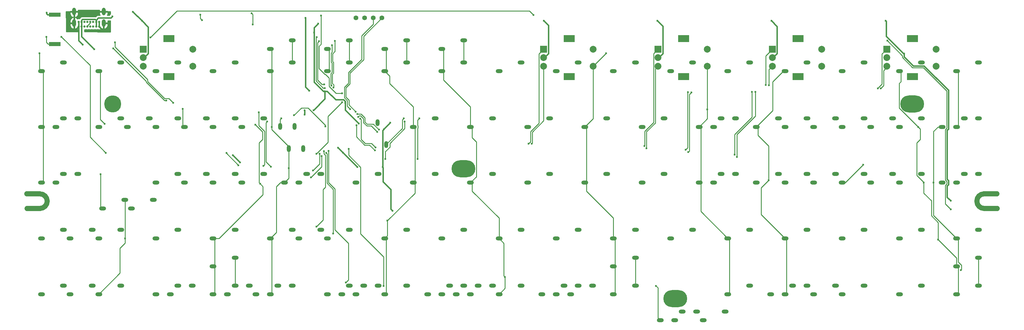
<source format=gbr>
%TF.GenerationSoftware,KiCad,Pcbnew,(5.1.9-0-10_14)*%
%TF.CreationDate,2021-01-10T14:58:04+09:00*%
%TF.ProjectId,Unison,556e6973-6f6e-42e6-9b69-6361645f7063,v01_1AU*%
%TF.SameCoordinates,Original*%
%TF.FileFunction,Copper,L1,Top*%
%TF.FilePolarity,Positive*%
%FSLAX46Y46*%
G04 Gerber Fmt 4.6, Leading zero omitted, Abs format (unit mm)*
G04 Created by KiCad (PCBNEW (5.1.9-0-10_14)) date 2021-01-10 14:58:04*
%MOMM*%
%LPD*%
G01*
G04 APERTURE LIST*
%TA.AperFunction,EtchedComponent*%
%ADD10C,1.500000*%
%TD*%
%TA.AperFunction,ComponentPad*%
%ADD11O,2.000000X1.200000*%
%TD*%
%TA.AperFunction,ComponentPad*%
%ADD12O,1.200000X2.000000*%
%TD*%
%TA.AperFunction,ComponentPad*%
%ADD13C,1.000000*%
%TD*%
%TA.AperFunction,ComponentPad*%
%ADD14C,5.000000*%
%TD*%
%TA.AperFunction,ComponentPad*%
%ADD15O,7.000240X5.000000*%
%TD*%
%TA.AperFunction,SMDPad,CuDef*%
%ADD16R,3.400000X1.300000*%
%TD*%
%TA.AperFunction,ComponentPad*%
%ADD17C,1.397000*%
%TD*%
%TA.AperFunction,ComponentPad*%
%ADD18O,1.108000X2.216000*%
%TD*%
%TA.AperFunction,ComponentPad*%
%ADD19C,0.650000*%
%TD*%
%TA.AperFunction,ComponentPad*%
%ADD20R,2.000000X2.000000*%
%TD*%
%TA.AperFunction,ComponentPad*%
%ADD21C,2.000000*%
%TD*%
%TA.AperFunction,ComponentPad*%
%ADD22R,3.200000X2.000000*%
%TD*%
%TA.AperFunction,ViaPad*%
%ADD23C,0.600000*%
%TD*%
%TA.AperFunction,Conductor*%
%ADD24C,0.381000*%
%TD*%
%TA.AperFunction,Conductor*%
%ADD25C,0.254000*%
%TD*%
%TA.AperFunction,Conductor*%
%ADD26C,0.100000*%
%TD*%
G04 APERTURE END LIST*
D10*
%TO.C,REF\u002A\u002A*%
X300150000Y-71550000D02*
X296350000Y-71550000D01*
X300200000Y-75850000D02*
X296400000Y-75850000D01*
X15250000Y-75850000D02*
X19050000Y-75850000D01*
X15200000Y-71550000D02*
X19000000Y-71550000D01*
X294250000Y-73700000D02*
G75*
G03*
X296400000Y-75850000I2150000J0D01*
G01*
X294250000Y-73700000D02*
G75*
G02*
X296400000Y-71550000I2150000J0D01*
G01*
X21150000Y-73700000D02*
G75*
G02*
X19000000Y-75850000I-2150000J0D01*
G01*
X21150000Y-73700000D02*
G75*
G03*
X19000000Y-71550000I-2150000J0D01*
G01*
%TD*%
D11*
%TO.P,SW_89,1*%
%TO.N,RE4_1*%
X254690000Y-84660000D03*
%TO.P,SW_89,2*%
%TO.N,Net-(D87-Pad2)*%
X261140000Y-82120000D03*
%TD*%
D12*
%TO.P,SW_37_2,1*%
%TO.N,Net-(D25-Pad1)*%
X92160000Y-58210000D03*
%TO.P,SW_37_2,2*%
%TO.N,Net-(D27-Pad2)*%
X89620000Y-51760000D03*
%TD*%
D11*
%TO.P,SW_43,1*%
%TO.N,Net-(D36-Pad1)*%
X111890000Y-68260000D03*
%TO.P,SW_43,2*%
%TO.N,Net-(D33-Pad2)*%
X118340000Y-65720000D03*
%TD*%
%TO.P,SW_10_2,1*%
%TO.N,Net-(D1-Pad1)*%
X27890000Y-101060000D03*
%TO.P,SW_10_2,2*%
%TO.N,Net-(D7-Pad2)*%
X34340000Y-98520000D03*
%TD*%
%TO.P,SW_12_1,1*%
%TO.N,Net-(D1-Pad1)*%
X36290000Y-51860000D03*
%TO.P,SW_12_1,2*%
%TO.N,Net-(D10-Pad2)*%
X42740000Y-49320000D03*
%TD*%
%TO.P,SW_25_2,1*%
%TO.N,RE1_1*%
X69890000Y-92860000D03*
%TO.P,SW_25_2,2*%
%TO.N,Net-(D24-Pad2)*%
X76340000Y-90320000D03*
%TD*%
%TO.P,SW_19_2,1*%
%TO.N,Net-(D1-Pad1)*%
X27890000Y-84660000D03*
%TO.P,SW_19_2,2*%
%TO.N,Net-(D6-Pad2)*%
X34340000Y-82120000D03*
%TD*%
%TO.P,SW_39_2,1*%
%TO.N,Net-(D25-Pad1)*%
X95090000Y-84660000D03*
%TO.P,SW_39_2,2*%
%TO.N,Net-(D29-Pad2)*%
X101540000Y-82120000D03*
%TD*%
%TO.P,SW_17_2,2*%
%TO.N,Net-(D4-Pad2)*%
X30140000Y-49320000D03*
%TO.P,SW_17_2,1*%
%TO.N,Net-(D1-Pad1)*%
X23690000Y-51860000D03*
%TD*%
%TO.P,SW_18_2,2*%
%TO.N,Net-(D5-Pad2)*%
X30140000Y-65720000D03*
%TO.P,SW_18_2,1*%
%TO.N,Net-(D1-Pad1)*%
X23690000Y-68260000D03*
%TD*%
%TO.P,SW_38_2,2*%
%TO.N,Net-(D28-Pad2)*%
X97340000Y-65720000D03*
%TO.P,SW_38_2,1*%
%TO.N,Net-(D25-Pad1)*%
X90890000Y-68260000D03*
%TD*%
%TO.P,SW_7_2,2*%
%TO.N,Net-(D96-Pad2)*%
X290540000Y-49320000D03*
%TO.P,SW_7_2,1*%
%TO.N,Net-(D94-Pad1)*%
X284090000Y-51860000D03*
%TD*%
%TO.P,SW_8_2,2*%
%TO.N,Net-(D97-Pad2)*%
X290540000Y-65720000D03*
%TO.P,SW_8_2,1*%
%TO.N,Net-(D94-Pad1)*%
X284090000Y-68260000D03*
%TD*%
%TO.P,SW_21,1*%
%TO.N,RE1_1*%
X36290000Y-35460000D03*
%TO.P,SW_21,2*%
%TO.N,Net-(D9-Pad2)*%
X42740000Y-32920000D03*
%TD*%
%TO.P,SW_26,1*%
%TO.N,RE1_1*%
X53090000Y-35460000D03*
%TO.P,SW_26,2*%
%TO.N,RE1_2*%
X59540000Y-32920000D03*
%TD*%
D13*
%TO.P,REF\u002A\u002A,1*%
%TO.N,N/C*%
X298442035Y-71500000D03*
X298450000Y-75850000D03*
X294850000Y-75200000D03*
X296400000Y-71500000D03*
X296400000Y-75850000D03*
X294250000Y-73700000D03*
X294850000Y-72200000D03*
X20550000Y-75200000D03*
D14*
X40400000Y-45100000D03*
D15*
X143400000Y-64200000D03*
X205700000Y-102400000D03*
X275250000Y-45100000D03*
D13*
X40400000Y-43200000D03*
X38500000Y-45100000D03*
X42300000Y-45100000D03*
X40400000Y-47000000D03*
X39050000Y-43750000D03*
X41650000Y-43750000D03*
X39050000Y-46400000D03*
X41650000Y-46450000D03*
X275250000Y-43250000D03*
X275250000Y-46950000D03*
X276450000Y-46950000D03*
X274050000Y-46950000D03*
X274050000Y-43250000D03*
X276450000Y-43233000D03*
X205750000Y-100550000D03*
X205700000Y-104250000D03*
X206950000Y-100550000D03*
X204550000Y-100550000D03*
X204500000Y-104250000D03*
X206900000Y-104250000D03*
X143400000Y-62350000D03*
X144600000Y-62350000D03*
X142200000Y-62350000D03*
X143400000Y-66100000D03*
X142200000Y-66100000D03*
X144600000Y-66100000D03*
X21150000Y-73700000D03*
X19000000Y-71550000D03*
X19000000Y-75900000D03*
X20550000Y-72200000D03*
X16950000Y-71550000D03*
X16957965Y-75900000D03*
%TD*%
D16*
%TO.P,LS1,2*%
%TO.N,Net-(D2-Pad1)*%
X23350000Y-27550000D03*
%TO.P,LS1,1*%
%TO.N,GND*%
X23350000Y-18850000D03*
%TD*%
D17*
%TO.P,OL1,4*%
%TO.N,GND*%
X111890000Y-19800000D03*
%TO.P,OL1,3*%
%TO.N,+5V*%
X114430000Y-19800000D03*
%TO.P,OL1,2*%
%TO.N,SCL*%
X116970000Y-19800000D03*
%TO.P,OL1,1*%
%TO.N,SDA*%
X119510000Y-19800000D03*
%TD*%
D11*
%TO.P,SW_6,1*%
%TO.N,Net-(D94-Pad1)*%
X288290000Y-35460000D03*
%TO.P,SW_6,2*%
%TO.N,Net-(D95-Pad2)*%
X294740000Y-32920000D03*
%TD*%
%TO.P,SW_9,1*%
%TO.N,Net-(D94-Pad1)*%
X288290000Y-84660000D03*
%TO.P,SW_9,2*%
%TO.N,Net-(D98-Pad2)*%
X294740000Y-82120000D03*
%TD*%
%TO.P,SW_14,1*%
%TO.N,Net-(D1-Pad1)*%
X36290000Y-84660000D03*
%TO.P,SW_14,2*%
%TO.N,Net-(D12-Pad2)*%
X42740000Y-82120000D03*
%TD*%
%TO.P,SW_15,1*%
%TO.N,Net-(D1-Pad1)*%
X36290000Y-101060000D03*
%TO.P,SW_15,2*%
%TO.N,Net-(D13-Pad2)*%
X42740000Y-98520000D03*
%TD*%
%TO.P,SW_16,1*%
%TO.N,Net-(D1-Pad1)*%
X19490000Y-35460000D03*
%TO.P,SW_16,2*%
%TO.N,Net-(D3-Pad2)*%
X25940000Y-32920000D03*
%TD*%
%TO.P,SW_29,1*%
%TO.N,RE1_1*%
X53090000Y-84660000D03*
%TO.P,SW_29,2*%
%TO.N,Net-(D18-Pad2)*%
X59540000Y-82120000D03*
%TD*%
%TO.P,SW_30_1,1*%
%TO.N,Net-(D25-Pad1)*%
X86690000Y-101060000D03*
%TO.P,SW_30_1,2*%
%TO.N,Net-(D30-Pad2)*%
X93140000Y-98520000D03*
%TD*%
%TO.P,SW_31,1*%
%TO.N,Net-(D25-Pad1)*%
X69890000Y-35460000D03*
%TO.P,SW_31,2*%
%TO.N,Net-(D20-Pad2)*%
X76340000Y-32920000D03*
%TD*%
%TO.P,SW_34,1*%
%TO.N,Net-(D25-Pad1)*%
X103490000Y-84660000D03*
%TO.P,SW_34,2*%
%TO.N,Net-(D34-Pad2)*%
X109940000Y-82120000D03*
%TD*%
%TO.P,SW_36_1,1*%
%TO.N,Net-(D25-Pad1)*%
X86690000Y-35460000D03*
%TO.P,SW_36_1,2*%
%TO.N,Net-(D26-Pad2)*%
X93140000Y-32920000D03*
%TD*%
%TO.P,SW_41_1,1*%
%TO.N,Net-(D36-Pad1)*%
X103490000Y-35460000D03*
%TO.P,SW_41_1,2*%
%TO.N,Net-(D31-Pad2)*%
X109940000Y-32920000D03*
%TD*%
D12*
%TO.P,SW_42,1*%
%TO.N,Net-(D36-Pad1)*%
X118240000Y-50590000D03*
%TO.P,SW_42,2*%
%TO.N,Net-(D32-Pad2)*%
X120780000Y-57040000D03*
%TD*%
D11*
%TO.P,SW_46_1,1*%
%TO.N,Net-(D36-Pad1)*%
X120290000Y-35460000D03*
%TO.P,SW_46_1,2*%
%TO.N,Net-(D37-Pad2)*%
X126740000Y-32920000D03*
%TD*%
%TO.P,SW_47,1*%
%TO.N,Net-(D36-Pad1)*%
X128690000Y-51860000D03*
%TO.P,SW_47,2*%
%TO.N,Net-(D38-Pad2)*%
X135140000Y-49320000D03*
%TD*%
%TO.P,SW_48,1*%
%TO.N,Net-(D36-Pad1)*%
X128690000Y-68260000D03*
%TO.P,SW_48,2*%
%TO.N,Net-(D39-Pad2)*%
X135140000Y-65720000D03*
%TD*%
%TO.P,SW_49,1*%
%TO.N,Net-(D36-Pad1)*%
X120290000Y-84660000D03*
%TO.P,SW_49,2*%
%TO.N,Net-(D40-Pad2)*%
X126740000Y-82120000D03*
%TD*%
%TO.P,SW_50,1*%
%TO.N,Net-(D47-Pad1)*%
X153890000Y-101060000D03*
%TO.P,SW_50,2*%
%TO.N,Net-(D52-Pad2)*%
X160340000Y-98520000D03*
%TD*%
%TO.P,SW_51_1,1*%
%TO.N,Net-(D47-Pad1)*%
X137090000Y-35460000D03*
%TO.P,SW_51_1,2*%
%TO.N,Net-(D42-Pad2)*%
X143540000Y-32920000D03*
%TD*%
%TO.P,SW_52,1*%
%TO.N,Net-(D47-Pad1)*%
X145490000Y-51860000D03*
%TO.P,SW_52,2*%
%TO.N,Net-(D43-Pad2)*%
X151940000Y-49320000D03*
%TD*%
%TO.P,SW_53,1*%
%TO.N,Net-(D47-Pad1)*%
X145490000Y-68260000D03*
%TO.P,SW_53,2*%
%TO.N,Net-(D44-Pad2)*%
X151940000Y-65720000D03*
%TD*%
%TO.P,SW_54,1*%
%TO.N,Net-(D47-Pad1)*%
X137090000Y-84660000D03*
%TO.P,SW_54,2*%
%TO.N,Net-(D45-Pad2)*%
X143540000Y-82120000D03*
%TD*%
%TO.P,SW_56,1*%
%TO.N,Net-(D47-Pad1)*%
X153890000Y-35460000D03*
%TO.P,SW_56,2*%
%TO.N,Net-(D48-Pad2)*%
X160340000Y-32920000D03*
%TD*%
%TO.P,SW_57,1*%
%TO.N,Net-(D47-Pad1)*%
X162290000Y-51860000D03*
%TO.P,SW_57,2*%
%TO.N,Net-(D49-Pad2)*%
X168740000Y-49320000D03*
%TD*%
%TO.P,SW_58,1*%
%TO.N,Net-(D47-Pad1)*%
X162290000Y-68260000D03*
%TO.P,SW_58,2*%
%TO.N,Net-(D50-Pad2)*%
X168740000Y-65720000D03*
%TD*%
%TO.P,SW_59,1*%
%TO.N,Net-(D47-Pad1)*%
X153890000Y-84660000D03*
%TO.P,SW_59,2*%
%TO.N,Net-(D51-Pad2)*%
X160340000Y-82120000D03*
%TD*%
%TO.P,SW_61,1*%
%TO.N,RE2_1*%
X170690000Y-35460000D03*
%TO.P,SW_61,2*%
%TO.N,RE2_2*%
X177140000Y-32920000D03*
%TD*%
%TO.P,SW_62,1*%
%TO.N,RE2_1*%
X179090000Y-51860000D03*
%TO.P,SW_62,2*%
%TO.N,Net-(D55-Pad2)*%
X185540000Y-49320000D03*
%TD*%
%TO.P,SW_63,1*%
%TO.N,RE2_1*%
X179090000Y-68260000D03*
%TO.P,SW_63,2*%
%TO.N,Net-(D56-Pad2)*%
X185540000Y-65720000D03*
%TD*%
%TO.P,SW_64,1*%
%TO.N,RE2_1*%
X170690000Y-84660000D03*
%TO.P,SW_64,2*%
%TO.N,Net-(D57-Pad2)*%
X177140000Y-82120000D03*
%TD*%
%TO.P,SW_65_1,1*%
%TO.N,RE2_1*%
X170690000Y-101060000D03*
%TO.P,SW_65_1,2*%
%TO.N,Net-(D58-Pad2)*%
X177140000Y-98520000D03*
%TD*%
%TO.P,SW_67,1*%
%TO.N,RE2_1*%
X195890000Y-51860000D03*
%TO.P,SW_67,2*%
%TO.N,Net-(D61-Pad2)*%
X202340000Y-49320000D03*
%TD*%
%TO.P,SW_68,1*%
%TO.N,RE2_1*%
X195890000Y-68260000D03*
%TO.P,SW_68,2*%
%TO.N,Net-(D62-Pad2)*%
X202340000Y-65720000D03*
%TD*%
%TO.P,SW_69,1*%
%TO.N,RE2_1*%
X187490000Y-84660000D03*
%TO.P,SW_69,2*%
%TO.N,Net-(D63-Pad2)*%
X193940000Y-82120000D03*
%TD*%
%TO.P,SW_71,1*%
%TO.N,RE3_1*%
X204290000Y-35460000D03*
%TO.P,SW_71,2*%
%TO.N,RE3_2*%
X210740000Y-32920000D03*
%TD*%
%TO.P,SW_72_1,1*%
%TO.N,RE3_1*%
X212690000Y-51860000D03*
%TO.P,SW_72_1,2*%
%TO.N,Net-(D67-Pad2)*%
X219140000Y-49320000D03*
%TD*%
%TO.P,SW_73_1,1*%
%TO.N,RE3_1*%
X212690000Y-68260000D03*
%TO.P,SW_73_1,2*%
%TO.N,Net-(D68-Pad2)*%
X219140000Y-65720000D03*
%TD*%
%TO.P,SW_74,1*%
%TO.N,RE3_1*%
X204290000Y-84660000D03*
%TO.P,SW_74,2*%
%TO.N,Net-(D69-Pad2)*%
X210740000Y-82120000D03*
%TD*%
%TO.P,SW_76,1*%
%TO.N,RE3_1*%
X187490000Y-35460000D03*
%TO.P,SW_76,2*%
%TO.N,Net-(D60-Pad2)*%
X193940000Y-32920000D03*
%TD*%
%TO.P,SW_78_1,1*%
%TO.N,RE3_1*%
X229490000Y-68260000D03*
%TO.P,SW_78_1,2*%
%TO.N,Net-(D74-Pad2)*%
X235940000Y-65720000D03*
%TD*%
%TO.P,SW_79,1*%
%TO.N,RE3_1*%
X221090000Y-84660000D03*
%TO.P,SW_79,2*%
%TO.N,Net-(D75-Pad2)*%
X227540000Y-82120000D03*
%TD*%
%TO.P,SW_81,1*%
%TO.N,RE4_1*%
X237890000Y-35460000D03*
%TO.P,SW_81,2*%
%TO.N,RE4_2*%
X244340000Y-32920000D03*
%TD*%
%TO.P,SW_82_1,1*%
%TO.N,RE4_1*%
X246290000Y-51860000D03*
%TO.P,SW_82_1,2*%
%TO.N,Net-(D79-Pad2)*%
X252740000Y-49320000D03*
%TD*%
%TO.P,SW_83_1,1*%
%TO.N,RE4_1*%
X246290000Y-68260000D03*
%TO.P,SW_83_1,2*%
%TO.N,Net-(D80-Pad2)*%
X252740000Y-65720000D03*
%TD*%
%TO.P,SW_84,1*%
%TO.N,RE4_1*%
X237890000Y-84660000D03*
%TO.P,SW_84,2*%
%TO.N,Net-(D81-Pad2)*%
X244340000Y-82120000D03*
%TD*%
%TO.P,SW_86,1*%
%TO.N,RE4_1*%
X221090000Y-35460000D03*
%TO.P,SW_86,2*%
%TO.N,Net-(D72-Pad2)*%
X227540000Y-32920000D03*
%TD*%
%TO.P,SW_87_1,1*%
%TO.N,RE4_1*%
X229490000Y-51860000D03*
%TO.P,SW_87_1,2*%
%TO.N,Net-(D73-Pad2)*%
X235940000Y-49320000D03*
%TD*%
%TO.P,SW_90_1,1*%
%TO.N,RE5_1*%
X288290000Y-101060000D03*
%TO.P,SW_90_1,2*%
%TO.N,Net-(D99-Pad2)*%
X294740000Y-98520000D03*
%TD*%
%TO.P,SW_91,1*%
%TO.N,RE5_1*%
X271490000Y-35460000D03*
%TO.P,SW_91,2*%
%TO.N,RE5_2*%
X277940000Y-32920000D03*
%TD*%
%TO.P,SW_94,1*%
%TO.N,RE5_1*%
X271490000Y-84660000D03*
%TO.P,SW_94,2*%
%TO.N,Net-(D91-Pad2)*%
X277940000Y-82120000D03*
%TD*%
%TO.P,SW_95,1*%
%TO.N,RE5_1*%
X271490000Y-101060000D03*
%TO.P,SW_95,2*%
%TO.N,Net-(D92-Pad2)*%
X277940000Y-98520000D03*
%TD*%
%TO.P,SW_96,1*%
%TO.N,RE5_1*%
X254690000Y-35460000D03*
%TO.P,SW_96,2*%
%TO.N,Net-(D84-Pad2)*%
X261140000Y-32920000D03*
%TD*%
%TO.P,SW_10_1,1*%
%TO.N,Net-(D1-Pad1)*%
X19490000Y-101060000D03*
%TO.P,SW_10_1,2*%
%TO.N,Net-(D7-Pad2)*%
X25940000Y-98520000D03*
%TD*%
%TO.P,SW_12_2,1*%
%TO.N,Net-(D1-Pad1)*%
X44690000Y-51860000D03*
%TO.P,SW_12_2,2*%
%TO.N,Net-(D10-Pad2)*%
X51140000Y-49320000D03*
%TD*%
%TO.P,SW_13_1,1*%
%TO.N,Net-(D1-Pad1)*%
X43910000Y-73340000D03*
%TO.P,SW_13_1,2*%
%TO.N,Net-(D11-Pad2)*%
X37460000Y-75880000D03*
%TD*%
%TO.P,SW_13_2,1*%
%TO.N,Net-(D1-Pad1)*%
X52310000Y-73340000D03*
%TO.P,SW_13_2,2*%
%TO.N,Net-(D11-Pad2)*%
X45860000Y-75880000D03*
%TD*%
%TO.P,SW_17_1,1*%
%TO.N,Net-(D1-Pad1)*%
X19490000Y-51860000D03*
%TO.P,SW_17_1,2*%
%TO.N,Net-(D4-Pad2)*%
X25940000Y-49320000D03*
%TD*%
%TO.P,SW_18_1,1*%
%TO.N,Net-(D1-Pad1)*%
X19490000Y-68260000D03*
%TO.P,SW_18_1,2*%
%TO.N,Net-(D5-Pad2)*%
X25940000Y-65720000D03*
%TD*%
%TO.P,SW_19_1,1*%
%TO.N,Net-(D1-Pad1)*%
X19490000Y-84660000D03*
%TO.P,SW_19_1,2*%
%TO.N,Net-(D6-Pad2)*%
X25940000Y-82120000D03*
%TD*%
%TO.P,SW_20_1,1*%
%TO.N,RE1_1*%
X53090000Y-101060000D03*
%TO.P,SW_20_1,2*%
%TO.N,Net-(D19-Pad2)*%
X59540000Y-98520000D03*
%TD*%
%TO.P,SW_23_1,1*%
%TO.N,RE1_1*%
X69890000Y-68260000D03*
%TO.P,SW_23_1,2*%
%TO.N,Net-(D22-Pad2)*%
X76340000Y-65720000D03*
%TD*%
%TO.P,SW_24_1,1*%
%TO.N,RE1_1*%
X69890000Y-84660000D03*
%TO.P,SW_24_1,2*%
%TO.N,Net-(D23-Pad2)*%
X76340000Y-82120000D03*
%TD*%
%TO.P,SW_25_1,1*%
%TO.N,RE1_1*%
X69890000Y-101060000D03*
%TO.P,SW_25_1,2*%
%TO.N,Net-(D24-Pad2)*%
X76340000Y-98520000D03*
%TD*%
%TO.P,SW_27_1,1*%
%TO.N,RE1_1*%
X53090000Y-51860000D03*
%TO.P,SW_27_1,2*%
%TO.N,Net-(D16-Pad2)*%
X59540000Y-49320000D03*
%TD*%
%TO.P,SW_27_2,1*%
%TO.N,RE1_1*%
X61490000Y-51860000D03*
%TO.P,SW_27_2,2*%
%TO.N,Net-(D16-Pad2)*%
X67940000Y-49320000D03*
%TD*%
%TO.P,SW_28_1,1*%
%TO.N,RE1_1*%
X53090000Y-68260000D03*
%TO.P,SW_28_1,2*%
%TO.N,Net-(D17-Pad2)*%
X59540000Y-65720000D03*
%TD*%
%TO.P,SW_28_2,1*%
%TO.N,RE1_1*%
X61490000Y-68260000D03*
%TO.P,SW_28_2,2*%
%TO.N,Net-(D17-Pad2)*%
X67940000Y-65720000D03*
%TD*%
%TO.P,SW_32_1,1*%
%TO.N,Net-(D25-Pad1)*%
X69890000Y-51860000D03*
%TO.P,SW_32_1,2*%
%TO.N,Net-(D21-Pad2)*%
X76340000Y-49320000D03*
%TD*%
%TO.P,SW_35_1,1*%
%TO.N,Net-(D25-Pad1)*%
X103490000Y-101060000D03*
%TO.P,SW_35_1,2*%
%TO.N,Net-(D35-Pad2)*%
X109940000Y-98520000D03*
%TD*%
D12*
%TO.P,SW_37_1,1*%
%TO.N,Net-(D25-Pad1)*%
X96360000Y-58210000D03*
%TO.P,SW_37_1,2*%
%TO.N,Net-(D27-Pad2)*%
X93820000Y-51760000D03*
%TD*%
D11*
%TO.P,SW_38_1,1*%
%TO.N,Net-(D25-Pad1)*%
X95090000Y-68260000D03*
%TO.P,SW_38_1,2*%
%TO.N,Net-(D28-Pad2)*%
X101540000Y-65720000D03*
%TD*%
%TO.P,SW_39_1,1*%
%TO.N,Net-(D25-Pad1)*%
X86690000Y-84660000D03*
%TO.P,SW_39_1,2*%
%TO.N,Net-(D29-Pad2)*%
X93140000Y-82120000D03*
%TD*%
%TO.P,SW_40_1,1*%
%TO.N,Net-(D36-Pad1)*%
X120290000Y-101060000D03*
%TO.P,SW_40_1,2*%
%TO.N,Net-(D41-Pad2)*%
X126740000Y-98520000D03*
%TD*%
%TO.P,SW_45_1,1*%
%TO.N,Net-(D36-Pad1)*%
X137090000Y-101060000D03*
%TO.P,SW_45_1,2*%
%TO.N,Net-(D46-Pad2)*%
X143540000Y-98520000D03*
%TD*%
%TO.P,SW_60_1,1*%
%TO.N,RE2_1*%
X187490000Y-101060000D03*
%TO.P,SW_60_1,2*%
%TO.N,Net-(D64-Pad2)*%
X193940000Y-98520000D03*
%TD*%
%TO.P,SW_70_1,1*%
%TO.N,RE3_1*%
X221090000Y-101060000D03*
%TO.P,SW_70_1,2*%
%TO.N,Net-(D76-Pad2)*%
X227540000Y-98520000D03*
%TD*%
%TO.P,SW_75_1,1*%
%TO.N,RE3_1*%
X211910000Y-106140000D03*
%TO.P,SW_75_1,2*%
%TO.N,Net-(D70-Pad2)*%
X205460000Y-108680000D03*
%TD*%
%TO.P,SW_7_1,1*%
%TO.N,Net-(D94-Pad1)*%
X288290000Y-51860000D03*
%TO.P,SW_7_1,2*%
%TO.N,Net-(D96-Pad2)*%
X294740000Y-49320000D03*
%TD*%
%TO.P,SW_80_1,1*%
%TO.N,RE4_1*%
X254690000Y-101060000D03*
%TO.P,SW_80_1,2*%
%TO.N,Net-(D88-Pad2)*%
X261140000Y-98520000D03*
%TD*%
%TO.P,SW_85_1,1*%
%TO.N,RE4_1*%
X237890000Y-101060000D03*
%TO.P,SW_85_1,2*%
%TO.N,Net-(D82-Pad2)*%
X244340000Y-98520000D03*
%TD*%
%TO.P,SW_8_1,1*%
%TO.N,Net-(D94-Pad1)*%
X288290000Y-68260000D03*
%TO.P,SW_8_1,2*%
%TO.N,Net-(D97-Pad2)*%
X294740000Y-65720000D03*
%TD*%
%TO.P,SW_97_1,1*%
%TO.N,RE5_1*%
X263090000Y-51860000D03*
%TO.P,SW_97_1,2*%
%TO.N,Net-(D85-Pad2)*%
X269540000Y-49320000D03*
%TD*%
%TO.P,SW_98_1,1*%
%TO.N,RE5_1*%
X263090000Y-68260000D03*
%TO.P,SW_98_1,2*%
%TO.N,Net-(D86-Pad2)*%
X269540000Y-65720000D03*
%TD*%
D18*
%TO.P,J1,P4*%
%TO.N,GND*%
X29075000Y-17965000D03*
%TO.P,J1,P3*%
X37725000Y-17965000D03*
%TO.P,J1,P2*%
X37725000Y-21345000D03*
%TO.P,J1,P1*%
X29075000Y-21345000D03*
D19*
%TO.P,J1,B12*%
X30425000Y-20975000D03*
%TO.P,J1,B9*%
%TO.N,VCC*%
X31275000Y-20975000D03*
%TO.P,J1,B8*%
%TO.N,N/C*%
X32125000Y-20975000D03*
%TO.P,J1,B7*%
%TO.N,Net-(D102-Pad3)*%
X32975000Y-20975000D03*
%TO.P,J1,B6*%
%TO.N,Net-(D102-Pad2)*%
X33825000Y-20975000D03*
%TO.P,J1,B5*%
%TO.N,Net-(J1-PadB5)*%
X34675000Y-20975000D03*
%TO.P,J1,B4*%
%TO.N,VCC*%
X35525000Y-20975000D03*
%TO.P,J1,B1*%
%TO.N,GND*%
X36375000Y-20975000D03*
%TO.P,J1,A12*%
X36375000Y-22325000D03*
%TO.P,J1,A9*%
%TO.N,VCC*%
X35525000Y-22325000D03*
%TO.P,J1,A8*%
%TO.N,N/C*%
X34675000Y-22325000D03*
%TO.P,J1,A7*%
%TO.N,Net-(D102-Pad3)*%
X33825000Y-22325000D03*
%TO.P,J1,A6*%
%TO.N,Net-(D102-Pad2)*%
X32975000Y-22325000D03*
%TO.P,J1,A5*%
%TO.N,Net-(J1-PadA5)*%
X32125000Y-22325000D03*
%TO.P,J1,A4*%
%TO.N,VCC*%
X31275000Y-22325000D03*
%TO.P,J1,A1*%
%TO.N,GND*%
X30425000Y-22325000D03*
%TD*%
D11*
%TO.P,SW_23_2,1*%
%TO.N,RE1_1*%
X78290000Y-68260000D03*
%TO.P,SW_23_2,2*%
%TO.N,Net-(D22-Pad2)*%
X84740000Y-65720000D03*
%TD*%
%TO.P,SW_32_2,1*%
%TO.N,Net-(D25-Pad1)*%
X78290000Y-51860000D03*
%TO.P,SW_32_2,2*%
%TO.N,Net-(D21-Pad2)*%
X84740000Y-49320000D03*
%TD*%
%TO.P,SW_20_2,2*%
%TO.N,Net-(D19-Pad2)*%
X63740000Y-98520000D03*
%TO.P,SW_20_2,1*%
%TO.N,RE1_1*%
X57290000Y-101060000D03*
%TD*%
%TO.P,SW_25_3,2*%
%TO.N,Net-(D24-Pad2)*%
X80540000Y-98520000D03*
%TO.P,SW_25_3,1*%
%TO.N,RE1_1*%
X74090000Y-101060000D03*
%TD*%
%TO.P,SW_36_2,2*%
%TO.N,Net-(D26-Pad2)*%
X93140000Y-26420000D03*
%TO.P,SW_36_2,1*%
%TO.N,Net-(D25-Pad1)*%
X86690000Y-28960000D03*
%TD*%
%TO.P,SW_30_2,1*%
%TO.N,Net-(D25-Pad1)*%
X82490000Y-101060000D03*
%TO.P,SW_30_2,2*%
%TO.N,Net-(D30-Pad2)*%
X88940000Y-98520000D03*
%TD*%
%TO.P,SW_35_2,1*%
%TO.N,Net-(D25-Pad1)*%
X111890000Y-101060000D03*
%TO.P,SW_35_2,2*%
%TO.N,Net-(D35-Pad2)*%
X118340000Y-98520000D03*
%TD*%
%TO.P,SW_35_3,1*%
%TO.N,Net-(D25-Pad1)*%
X107690000Y-101060000D03*
%TO.P,SW_35_3,2*%
%TO.N,Net-(D35-Pad2)*%
X114140000Y-98520000D03*
%TD*%
%TO.P,SW_41_2,1*%
%TO.N,Net-(D36-Pad1)*%
X103490000Y-28960000D03*
%TO.P,SW_41_2,2*%
%TO.N,Net-(D31-Pad2)*%
X109940000Y-26420000D03*
%TD*%
%TO.P,SW_45_2,1*%
%TO.N,Net-(D36-Pad1)*%
X145490000Y-101060000D03*
%TO.P,SW_45_2,2*%
%TO.N,Net-(D46-Pad2)*%
X151940000Y-98520000D03*
%TD*%
%TO.P,SW_45_3,2*%
%TO.N,Net-(D46-Pad2)*%
X147740000Y-98520000D03*
%TO.P,SW_45_3,1*%
%TO.N,Net-(D36-Pad1)*%
X141290000Y-101060000D03*
%TD*%
%TO.P,SW_45_4,2*%
%TO.N,Net-(D46-Pad2)*%
X139340000Y-98520000D03*
%TO.P,SW_45_4,1*%
%TO.N,Net-(D36-Pad1)*%
X132890000Y-101060000D03*
%TD*%
%TO.P,SW_46_2,2*%
%TO.N,Net-(D37-Pad2)*%
X126740000Y-26420000D03*
%TO.P,SW_46_2,1*%
%TO.N,Net-(D36-Pad1)*%
X120290000Y-28960000D03*
%TD*%
%TO.P,SW_51_2,1*%
%TO.N,Net-(D47-Pad1)*%
X137090000Y-28960000D03*
%TO.P,SW_51_2,2*%
%TO.N,Net-(D42-Pad2)*%
X143540000Y-26420000D03*
%TD*%
%TO.P,SW_60_2,2*%
%TO.N,Net-(D64-Pad2)*%
X193940000Y-90320000D03*
%TO.P,SW_60_2,1*%
%TO.N,RE2_1*%
X187490000Y-92860000D03*
%TD*%
%TO.P,SW_65_2,1*%
%TO.N,RE2_1*%
X174890000Y-101060000D03*
%TO.P,SW_65_2,2*%
%TO.N,Net-(D58-Pad2)*%
X181340000Y-98520000D03*
%TD*%
%TO.P,SW_65_3,1*%
%TO.N,RE2_1*%
X166490000Y-101060000D03*
%TO.P,SW_65_3,2*%
%TO.N,Net-(D58-Pad2)*%
X172940000Y-98520000D03*
%TD*%
%TO.P,SW_72_2,2*%
%TO.N,Net-(D67-Pad2)*%
X223340000Y-49320000D03*
%TO.P,SW_72_2,1*%
%TO.N,RE3_1*%
X216890000Y-51860000D03*
%TD*%
%TO.P,SW_73_2,1*%
%TO.N,RE3_1*%
X216890000Y-68260000D03*
%TO.P,SW_73_2,2*%
%TO.N,Net-(D68-Pad2)*%
X223340000Y-65720000D03*
%TD*%
%TO.P,SW_75_2,2*%
%TO.N,Net-(D70-Pad2)*%
X201260000Y-108680000D03*
%TO.P,SW_75_2,1*%
%TO.N,RE3_1*%
X207710000Y-106140000D03*
%TD*%
%TO.P,SW_75_3,2*%
%TO.N,Net-(D70-Pad2)*%
X213860000Y-108680000D03*
%TO.P,SW_75_3,1*%
%TO.N,RE3_1*%
X220310000Y-106140000D03*
%TD*%
%TO.P,SW_78_2,1*%
%TO.N,RE3_1*%
X237890000Y-68260000D03*
%TO.P,SW_78_2,2*%
%TO.N,Net-(D74-Pad2)*%
X244340000Y-65720000D03*
%TD*%
%TO.P,SW_82_2,1*%
%TO.N,RE4_1*%
X254690000Y-51860000D03*
%TO.P,SW_82_2,2*%
%TO.N,Net-(D79-Pad2)*%
X261140000Y-49320000D03*
%TD*%
%TO.P,SW_83_2,2*%
%TO.N,Net-(D80-Pad2)*%
X261140000Y-65720000D03*
%TO.P,SW_83_2,1*%
%TO.N,RE4_1*%
X254690000Y-68260000D03*
%TD*%
%TO.P,SW_85_2,2*%
%TO.N,Net-(D82-Pad2)*%
X252740000Y-98520000D03*
%TO.P,SW_85_2,1*%
%TO.N,RE4_1*%
X246290000Y-101060000D03*
%TD*%
%TO.P,SW_85_3,1*%
%TO.N,RE4_1*%
X233690000Y-101060000D03*
%TO.P,SW_85_3,2*%
%TO.N,Net-(D82-Pad2)*%
X240140000Y-98520000D03*
%TD*%
%TO.P,SW_87_2,2*%
%TO.N,Net-(D73-Pad2)*%
X244340000Y-49320000D03*
%TO.P,SW_87_2,1*%
%TO.N,RE4_1*%
X237890000Y-51860000D03*
%TD*%
%TO.P,SW_90_2,1*%
%TO.N,RE5_1*%
X288290000Y-92860000D03*
%TO.P,SW_90_2,2*%
%TO.N,Net-(D99-Pad2)*%
X294740000Y-90320000D03*
%TD*%
%TO.P,SW_97_2,2*%
%TO.N,Net-(D85-Pad2)*%
X277940000Y-49320000D03*
%TO.P,SW_97_2,1*%
%TO.N,RE5_1*%
X271490000Y-51860000D03*
%TD*%
%TO.P,SW_98_2,1*%
%TO.N,RE5_1*%
X271490000Y-68260000D03*
%TO.P,SW_98_2,2*%
%TO.N,Net-(D86-Pad2)*%
X277940000Y-65720000D03*
%TD*%
D20*
%TO.P,SW_RE1,A*%
%TO.N,RE1_A*%
X49400000Y-29000000D03*
D21*
%TO.P,SW_RE1,C*%
%TO.N,GND*%
X49400000Y-31500000D03*
%TO.P,SW_RE1,B*%
%TO.N,RE1_B*%
X49400000Y-34000000D03*
D22*
%TO.P,SW_RE1,MP*%
%TO.N,N/C*%
X56900000Y-25900000D03*
X56900000Y-37100000D03*
D21*
%TO.P,SW_RE1,S2*%
%TO.N,RE1_2*%
X63900000Y-29000000D03*
%TO.P,SW_RE1,S1*%
%TO.N,RE1_1*%
X63900000Y-34000000D03*
%TD*%
%TO.P,SW_RE2,S1*%
%TO.N,RE2_1*%
X181500000Y-34000000D03*
%TO.P,SW_RE2,S2*%
%TO.N,RE2_2*%
X181500000Y-29000000D03*
D22*
%TO.P,SW_RE2,MP*%
%TO.N,N/C*%
X174500000Y-37100000D03*
X174500000Y-25900000D03*
D21*
%TO.P,SW_RE2,B*%
%TO.N,RE2_B*%
X167000000Y-34000000D03*
%TO.P,SW_RE2,C*%
%TO.N,GND*%
X167000000Y-31500000D03*
D20*
%TO.P,SW_RE2,A*%
%TO.N,RE2_A*%
X167000000Y-29000000D03*
%TD*%
D21*
%TO.P,SW_RE3,S1*%
%TO.N,RE3_1*%
X215100000Y-34000000D03*
%TO.P,SW_RE3,S2*%
%TO.N,RE3_2*%
X215100000Y-29000000D03*
D22*
%TO.P,SW_RE3,MP*%
%TO.N,N/C*%
X208100000Y-37100000D03*
X208100000Y-25900000D03*
D21*
%TO.P,SW_RE3,B*%
%TO.N,RE3_B*%
X200600000Y-34000000D03*
%TO.P,SW_RE3,C*%
%TO.N,GND*%
X200600000Y-31500000D03*
D20*
%TO.P,SW_RE3,A*%
%TO.N,RE3_A*%
X200600000Y-29000000D03*
%TD*%
%TO.P,SW_RE4,A*%
%TO.N,RE4_A*%
X234200000Y-29000000D03*
D21*
%TO.P,SW_RE4,C*%
%TO.N,GND*%
X234200000Y-31500000D03*
%TO.P,SW_RE4,B*%
%TO.N,RE4_B*%
X234200000Y-34000000D03*
D22*
%TO.P,SW_RE4,MP*%
%TO.N,N/C*%
X241700000Y-25900000D03*
X241700000Y-37100000D03*
D21*
%TO.P,SW_RE4,S2*%
%TO.N,RE4_2*%
X248700000Y-29000000D03*
%TO.P,SW_RE4,S1*%
%TO.N,RE4_1*%
X248700000Y-34000000D03*
%TD*%
%TO.P,SW_RE5,S1*%
%TO.N,RE5_1*%
X282300000Y-34000000D03*
%TO.P,SW_RE5,S2*%
%TO.N,RE5_2*%
X282300000Y-29000000D03*
D22*
%TO.P,SW_RE5,MP*%
%TO.N,N/C*%
X275300000Y-37100000D03*
X275300000Y-25900000D03*
D21*
%TO.P,SW_RE5,B*%
%TO.N,RE5_B*%
X267800000Y-34000000D03*
%TO.P,SW_RE5,C*%
%TO.N,GND*%
X267800000Y-31500000D03*
D20*
%TO.P,SW_RE5,A*%
%TO.N,RE5_A*%
X267800000Y-29000000D03*
%TD*%
D23*
%TO.N,GND*%
X286600000Y-73600000D03*
X167050000Y-20700000D03*
X200450000Y-20700000D03*
X233950000Y-20700000D03*
X49000000Y-20700000D03*
X21000000Y-18300000D03*
X98100000Y-41200000D03*
X97000000Y-19800000D03*
X31599983Y-27699991D03*
X46299996Y-18000000D03*
X267500000Y-20700000D03*
X272899984Y-30300000D03*
%TO.N,+5V*%
X100800000Y-21500000D03*
X96800000Y-48300000D03*
X121900000Y-50650000D03*
X106600000Y-58000000D03*
X108000000Y-59400000D03*
X122600000Y-76500000D03*
X96800002Y-46950000D03*
X99400000Y-46950000D03*
X77800000Y-62300000D03*
X75700000Y-60200000D03*
X108699999Y-44800001D03*
X102713272Y-41386728D03*
X99600000Y-24100000D03*
X119700038Y-63700000D03*
X112660953Y-50889406D03*
X120079064Y-52579064D03*
X112300010Y-63700002D03*
%TO.N,Net-(D1-Pad1)*%
X18900000Y-30200000D03*
X44067010Y-84632990D03*
%TO.N,pin1*%
X105700000Y-26600000D03*
X105264166Y-40265863D03*
%TO.N,Net-(D2-Pad1)*%
X20900000Y-25400012D03*
%TO.N,pin6*%
X104818987Y-27881013D03*
X104671438Y-39728562D03*
%TO.N,pin7*%
X102900000Y-51700000D03*
X93689031Y-48440457D03*
X85772999Y-50327001D03*
X130500000Y-49400000D03*
X130000000Y-61300000D03*
X86850000Y-63550000D03*
%TO.N,pin8*%
X98627001Y-66727001D03*
X101800006Y-60450000D03*
%TO.N,pin9*%
X105150000Y-83200000D03*
X103100000Y-59500000D03*
%TO.N,pin10*%
X120000000Y-98600000D03*
X109700004Y-58300000D03*
%TO.N,pin2*%
X83300000Y-47600000D03*
X126200000Y-50327001D03*
X120500000Y-61300000D03*
X84700004Y-63300000D03*
%TO.N,Net-(D11-Pad2)*%
X36800000Y-65800000D03*
%TO.N,pin3*%
X101149994Y-59750000D03*
X99200000Y-64700000D03*
%TO.N,pin4*%
X100242990Y-81192990D03*
X102427010Y-58977010D03*
%TO.N,pin5*%
X108907010Y-97592990D03*
X103800000Y-58950000D03*
%TO.N,Net-(D25-Pad1)*%
X87167001Y-51867001D03*
X92160000Y-63990000D03*
%TO.N,Net-(D27-Pad2)*%
X89950000Y-49400000D03*
%TO.N,Net-(D32-Pad2)*%
X125899997Y-49399997D03*
%TO.N,Net-(D36-Pad1)*%
X121100000Y-79400000D03*
%TO.N,Net-(D47-Pad1)*%
X155600000Y-96000000D03*
%TO.N,Net-(D70-Pad2)*%
X200000000Y-98600000D03*
%TO.N,RE1_1*%
X83700000Y-68600006D03*
X82300000Y-51200000D03*
X61000000Y-46599996D03*
X38050000Y-51000000D03*
%TO.N,VCC*%
X40300000Y-19400000D03*
X34999998Y-29050000D03*
%TO.N,AUDIO1*%
X77307304Y-63142696D03*
X25350000Y-25400000D03*
X73807324Y-59509490D03*
X38399999Y-59500001D03*
%TO.N,LED*%
X66100000Y-18900000D03*
X66600000Y-20500000D03*
X101600000Y-19100000D03*
X107818979Y-41977919D03*
%TO.N,Net-(JP_LED2-Pad1)*%
X81499992Y-21800000D03*
X81213505Y-18472990D03*
%TO.N,Net-(JP_LED2-Pad3)*%
X286600000Y-76100000D03*
X267961735Y-26538265D03*
%TO.N,Net-(L4-Pad2)*%
X51500000Y-25600000D03*
X164000000Y-19000000D03*
%TO.N,Net-(R4-Pad2)*%
X100250000Y-59750000D03*
X107750000Y-44650000D03*
%TO.N,D-*%
X41049998Y-27000000D03*
X58200000Y-44800002D03*
%TO.N,D+*%
X40549994Y-28774254D03*
X56099996Y-44150000D03*
%TO.N,RE1_A*%
X102664398Y-40451126D03*
X100300000Y-25500000D03*
%TO.N,RE1_B*%
X102500000Y-39400000D03*
X100972990Y-26700000D03*
%TO.N,RE3_B*%
X197200000Y-58200000D03*
X117400000Y-58800000D03*
X112012007Y-51357260D03*
%TO.N,RE3_A*%
X117600000Y-57900000D03*
X196600000Y-57500000D03*
X113106636Y-49409490D03*
%TO.N,RE4_B*%
X209500000Y-59300000D03*
X210400000Y-41700000D03*
X233200001Y-39600001D03*
%TO.N,RE4_A*%
X208700000Y-58600000D03*
X232235565Y-39554415D03*
X209350000Y-41650000D03*
%TO.N,RE5_A*%
X223100000Y-60000000D03*
X228200000Y-41600000D03*
X265192919Y-40520353D03*
%TO.N,RE5_B*%
X223799998Y-60700000D03*
X229200000Y-41600000D03*
X266050000Y-40550000D03*
%TO.N,RE2_1*%
X185300000Y-30200000D03*
%TO.N,RE3_1*%
X215100000Y-46700000D03*
%TO.N,RE4_1*%
X260900000Y-63000000D03*
X233100000Y-67600000D03*
%TO.N,RE5_1*%
X282900000Y-85000000D03*
X277025942Y-51874058D03*
X278632999Y-68267001D03*
%TO.N,Net-(D94-Pad1)*%
X281547001Y-68252999D03*
X289550000Y-93950000D03*
%TO.N,SCL*%
X110149174Y-46635901D03*
%TO.N,SDA*%
X111800000Y-47400000D03*
%TO.N,RE2_A*%
X112300000Y-48100000D03*
X118600000Y-52700000D03*
X162600000Y-56800000D03*
%TO.N,RE2_B*%
X118100000Y-53370838D03*
X112490545Y-48899146D03*
X163500000Y-56800000D03*
%TD*%
D24*
%TO.N,GND*%
X30425000Y-20975000D02*
X30425000Y-22325000D01*
X36375000Y-20975000D02*
X36375000Y-22325000D01*
X168390501Y-30312401D02*
X167202902Y-31500000D01*
X168390501Y-22040501D02*
X168390501Y-30312401D01*
X167202902Y-31500000D02*
X167000000Y-31500000D01*
X167050000Y-20700000D02*
X168390501Y-22040501D01*
X201990501Y-30312401D02*
X200802902Y-31500000D01*
X200802902Y-31500000D02*
X200600000Y-31500000D01*
X201990501Y-22240501D02*
X201990501Y-30312401D01*
X200450000Y-20700000D02*
X201990501Y-22240501D01*
X235590501Y-30312401D02*
X234402902Y-31500000D01*
X234402902Y-31500000D02*
X234200000Y-31500000D01*
X235590501Y-22340501D02*
X235590501Y-30312401D01*
X233950000Y-20700000D02*
X235590501Y-22340501D01*
X49602902Y-31500000D02*
X49400000Y-31500000D01*
X50790501Y-30312401D02*
X49602902Y-31500000D01*
X50790501Y-22490501D02*
X50790501Y-30312401D01*
X49000000Y-20700000D02*
X50790501Y-22490501D01*
X21000000Y-18300000D02*
X21000000Y-18600000D01*
X21250000Y-18850000D02*
X23350000Y-18850000D01*
X21000000Y-18600000D02*
X21250000Y-18850000D01*
X97000000Y-40100000D02*
X97000000Y-19800000D01*
X98100000Y-41200000D02*
X97000000Y-40100000D01*
X30425000Y-26525008D02*
X31599983Y-27699991D01*
X30425000Y-22325000D02*
X30425000Y-26525008D01*
X49000000Y-20700000D02*
X46300001Y-18000000D01*
X46300001Y-18000000D02*
X46299996Y-18000000D01*
X285519499Y-67246639D02*
X285519499Y-52873361D01*
X272899984Y-31231926D02*
X272899984Y-30300000D01*
X275578568Y-33910510D02*
X272899984Y-31231926D01*
X285519499Y-72519499D02*
X285519499Y-69273361D01*
X285519499Y-69273361D02*
X285934521Y-68858340D01*
X286600000Y-73600000D02*
X285519499Y-72519499D01*
X285934521Y-68858340D02*
X285934521Y-67661660D01*
X285934521Y-52458340D02*
X285934521Y-41094749D01*
X285934521Y-41094749D02*
X278750282Y-33910510D01*
X285934521Y-67661660D02*
X285519499Y-67246639D01*
X285519499Y-52873361D02*
X285934521Y-52458340D01*
X278750282Y-33910510D02*
X275578568Y-33910510D01*
X272700000Y-30300000D02*
X272899984Y-30300000D01*
X267600000Y-20800000D02*
X267600000Y-25200000D01*
X267600000Y-25200000D02*
X272700000Y-30300000D01*
X267500000Y-20700000D02*
X267600000Y-20800000D01*
%TO.N,+5V*%
X106600000Y-58000000D02*
X108000000Y-59400000D01*
X96800000Y-48300000D02*
X96800000Y-46950002D01*
X96800000Y-46950002D02*
X96800002Y-46950000D01*
X77800000Y-62300000D02*
X75700000Y-60200000D01*
X99400000Y-46950000D02*
X102713272Y-43636728D01*
X102713272Y-43636728D02*
X102713272Y-41386728D01*
X100800000Y-21500000D02*
X99600000Y-22700000D01*
X99600000Y-22700000D02*
X99600000Y-24100000D01*
X99600000Y-38697720D02*
X99600000Y-24100000D01*
X102289008Y-41386728D02*
X99600000Y-38697720D01*
X102713272Y-41386728D02*
X102289008Y-41386728D01*
X103386728Y-41386728D02*
X102713272Y-41386728D01*
X105900000Y-43900000D02*
X103386728Y-41386728D01*
X108224262Y-43900000D02*
X105900000Y-43900000D01*
X108699999Y-44375737D02*
X108224262Y-43900000D01*
X108699999Y-44800001D02*
X108699999Y-44375737D01*
X108699999Y-44800001D02*
X108699999Y-46928452D01*
X108699999Y-46928452D02*
X112660953Y-50889406D01*
X119700038Y-52958090D02*
X120079064Y-52579064D01*
X119700038Y-63700000D02*
X119700038Y-52958090D01*
X120079064Y-52470936D02*
X120079064Y-52579064D01*
X121900000Y-50650000D02*
X120079064Y-52470936D01*
X108000000Y-59400000D02*
X112300002Y-63700002D01*
X112300002Y-63700002D02*
X112300010Y-63700002D01*
X119800000Y-68000000D02*
X119800000Y-63799962D01*
X122100000Y-76000000D02*
X122100000Y-70300000D01*
X119800000Y-63799962D02*
X119700038Y-63700000D01*
X122100000Y-70300000D02*
X119800000Y-68000000D01*
X122600000Y-76500000D02*
X122100000Y-76000000D01*
D25*
%TO.N,Net-(D1-Pad1)*%
X19967001Y-67782999D02*
X19967001Y-52337001D01*
X19967001Y-52337001D02*
X19490000Y-51860000D01*
X19490000Y-68260000D02*
X19967001Y-67782999D01*
X19967001Y-35937001D02*
X19490000Y-35460000D01*
X19967001Y-51382999D02*
X19967001Y-35937001D01*
X19490000Y-51860000D02*
X19967001Y-51382999D01*
X18900000Y-34800000D02*
X18900000Y-30200000D01*
X19490000Y-35390000D02*
X18900000Y-34800000D01*
X19490000Y-35460000D02*
X19490000Y-35390000D01*
X42500000Y-94850000D02*
X36290000Y-101060000D01*
X42500000Y-87572838D02*
X42500000Y-94850000D01*
X44067010Y-86005828D02*
X42500000Y-87572838D01*
X44067010Y-73497010D02*
X44067010Y-86005828D01*
X43910000Y-73340000D02*
X44067010Y-73497010D01*
%TO.N,pin1*%
X105321382Y-40208647D02*
X105264166Y-40265863D01*
X105321382Y-39478618D02*
X105321382Y-40208647D01*
X104944325Y-39101561D02*
X105321382Y-39478618D01*
X105271020Y-36032038D02*
X104944325Y-36358733D01*
X105700000Y-29670838D02*
X104982999Y-30387839D01*
X104982999Y-30387839D02*
X104982999Y-32612161D01*
X104982999Y-32612161D02*
X105271019Y-32900183D01*
X105271019Y-32900183D02*
X105271020Y-36032038D01*
X104944325Y-36358733D02*
X104944325Y-39101561D01*
X105700000Y-26600000D02*
X105700000Y-29670838D01*
%TO.N,Net-(D2-Pad1)*%
X20900000Y-27000000D02*
X20900000Y-25400012D01*
X21450000Y-27550000D02*
X20900000Y-27000000D01*
X23350000Y-27550000D02*
X21450000Y-27550000D01*
%TO.N,pin6*%
X104454011Y-36206979D02*
X104454011Y-39511135D01*
X104817010Y-35843980D02*
X104454011Y-36206979D01*
X104818987Y-29909783D02*
X104528989Y-30199781D01*
X104528989Y-30199781D02*
X104528988Y-32800218D01*
X104528988Y-32800218D02*
X104817009Y-33088239D01*
X104454011Y-39511135D02*
X104671438Y-39728562D01*
X104818987Y-27881013D02*
X104818987Y-29909783D01*
X104817009Y-33088239D02*
X104817010Y-35843980D01*
%TO.N,pin7*%
X97822036Y-46300000D02*
X95829488Y-46300000D01*
X102900000Y-51700000D02*
X102900000Y-51377964D01*
X95829488Y-46300000D02*
X93689031Y-48440457D01*
X102900000Y-51377964D02*
X97822036Y-46300000D01*
X130000000Y-52260990D02*
X130000000Y-61300000D01*
X130017010Y-52243980D02*
X130000000Y-52260990D01*
X130000000Y-49900000D02*
X130000000Y-51459010D01*
X130017010Y-51476020D02*
X130017010Y-52243980D01*
X130000000Y-51459010D02*
X130017010Y-51476020D01*
X130500000Y-49400000D02*
X130000000Y-49900000D01*
X85432999Y-62132999D02*
X86850000Y-63550000D01*
X85432999Y-50667001D02*
X85432999Y-62132999D01*
X85772999Y-50327001D02*
X85432999Y-50667001D01*
%TO.N,pin8*%
X101800006Y-63553996D02*
X101800006Y-60450000D01*
X98627001Y-66727001D02*
X101800006Y-63553996D01*
%TO.N,pin9*%
X105150000Y-83200000D02*
X105150000Y-70242068D01*
X103345990Y-68438058D02*
X103345990Y-59745990D01*
X105150000Y-70242068D02*
X103345990Y-68438058D01*
X103345990Y-59745990D02*
X103100000Y-59500000D01*
%TO.N,pin10*%
X109700000Y-58300004D02*
X109700004Y-58300000D01*
X109700000Y-60200000D02*
X109700000Y-58300004D01*
X113227005Y-63727005D02*
X109700000Y-60200000D01*
X113227005Y-83327005D02*
X113227005Y-63727005D01*
X120000000Y-90100000D02*
X113227005Y-83327005D01*
X120000000Y-98600000D02*
X120000000Y-90100000D01*
%TO.N,pin2*%
X84978988Y-63021016D02*
X84700004Y-63300000D01*
X83300000Y-51500000D02*
X84978988Y-53178988D01*
X84978988Y-53178988D02*
X84978988Y-63021016D01*
X83300000Y-47600000D02*
X83300000Y-51500000D01*
X120500000Y-59100000D02*
X120500000Y-61300000D01*
X121800000Y-57800000D02*
X120500000Y-59100000D01*
X121800000Y-56700000D02*
X121800000Y-57800000D01*
X126200000Y-52300000D02*
X121800000Y-56700000D01*
X126200000Y-50327001D02*
X126200000Y-52300000D01*
%TO.N,Net-(D11-Pad2)*%
X36800000Y-75220000D02*
X36800000Y-65800000D01*
X37460000Y-75880000D02*
X36800000Y-75220000D01*
%TO.N,pin3*%
X101149994Y-62750006D02*
X99200000Y-64700000D01*
X101149994Y-59750000D02*
X101149994Y-62750006D01*
%TO.N,pin4*%
X102200000Y-79235980D02*
X102200000Y-70272838D01*
X102200000Y-70272838D02*
X102867010Y-69605828D01*
X102867010Y-69605828D02*
X102867010Y-60194972D01*
X100242990Y-81192990D02*
X102200000Y-79235980D01*
X102867010Y-60194972D02*
X102427010Y-59754972D01*
X102427010Y-59754972D02*
X102427010Y-58977010D01*
%TO.N,pin5*%
X103800000Y-68250000D02*
X103800000Y-58950000D01*
X105650000Y-82120838D02*
X105650000Y-70100000D01*
X109617001Y-86087839D02*
X105650000Y-82120838D01*
X105650000Y-70100000D02*
X103800000Y-68250000D01*
X109617001Y-96882999D02*
X109617001Y-86087839D01*
X108907010Y-97592990D02*
X109617001Y-96882999D01*
%TO.N,Net-(D24-Pad2)*%
X76340000Y-90320000D02*
X76340000Y-98520000D01*
%TO.N,Net-(D25-Pad1)*%
X87167001Y-100582999D02*
X86690000Y-101060000D01*
X87167001Y-85137001D02*
X87167001Y-100582999D01*
X86690000Y-84660000D02*
X87167001Y-85137001D01*
X92160000Y-66990000D02*
X90890000Y-68260000D01*
X88452999Y-82897001D02*
X86690000Y-84660000D01*
X88452999Y-69443001D02*
X88452999Y-82897001D01*
X89636000Y-68260000D02*
X88452999Y-69443001D01*
X90890000Y-68260000D02*
X89636000Y-68260000D01*
X87167001Y-52659839D02*
X92160000Y-57652838D01*
X87167001Y-35937001D02*
X87167001Y-52659839D01*
X92160000Y-57652838D02*
X92160000Y-58210000D01*
X86690000Y-35460000D02*
X87167001Y-35937001D01*
X92160000Y-63990000D02*
X92160000Y-66990000D01*
X92160000Y-58210000D02*
X92160000Y-63990000D01*
X87167001Y-34982999D02*
X86690000Y-35460000D01*
X87167001Y-29437001D02*
X87167001Y-34982999D01*
X86690000Y-28960000D02*
X87167001Y-29437001D01*
%TO.N,Net-(D26-Pad2)*%
X93140000Y-32920000D02*
X93140000Y-26420000D01*
%TO.N,Net-(D27-Pad2)*%
X89620000Y-49730000D02*
X89950000Y-49400000D01*
X89620000Y-51760000D02*
X89620000Y-49730000D01*
%TO.N,Net-(D31-Pad2)*%
X109940000Y-26420000D02*
X109940000Y-32920000D01*
%TO.N,Net-(D32-Pad2)*%
X125500000Y-49799994D02*
X125899997Y-49399997D01*
X125500000Y-52300000D02*
X125500000Y-49799994D01*
X120780000Y-57020000D02*
X125500000Y-52300000D01*
X120780000Y-57040000D02*
X120780000Y-57020000D01*
%TO.N,Net-(D36-Pad1)*%
X103967001Y-29437001D02*
X103967001Y-34982999D01*
X103967001Y-34982999D02*
X103490000Y-35460000D01*
X103490000Y-28960000D02*
X103967001Y-29437001D01*
X120767001Y-34982999D02*
X120290000Y-35460000D01*
X120767001Y-29437001D02*
X120767001Y-34982999D01*
X120290000Y-28960000D02*
X120767001Y-29437001D01*
X120767001Y-100582999D02*
X120290000Y-101060000D01*
X120767001Y-85137001D02*
X120767001Y-100582999D01*
X120290000Y-84660000D02*
X120767001Y-85137001D01*
X129167001Y-67782999D02*
X128690000Y-68260000D01*
X129167001Y-52337001D02*
X129167001Y-67782999D01*
X128690000Y-51860000D02*
X129167001Y-52337001D01*
X129167001Y-68737001D02*
X128690000Y-68260000D01*
X129167001Y-71332999D02*
X129167001Y-68737001D01*
X121100000Y-79400000D02*
X129167001Y-71332999D01*
X121782999Y-36952999D02*
X121782999Y-39082999D01*
X120290000Y-35460000D02*
X121782999Y-36952999D01*
X128690000Y-45990000D02*
X128690000Y-51860000D01*
X121782999Y-39082999D02*
X128690000Y-45990000D01*
X121100000Y-83850000D02*
X121100000Y-79400000D01*
X120290000Y-84660000D02*
X121100000Y-83850000D01*
%TO.N,Net-(D37-Pad2)*%
X126740000Y-32289162D02*
X126740000Y-32920000D01*
X126740000Y-26420000D02*
X126740000Y-32289162D01*
%TO.N,Net-(D42-Pad2)*%
X143540000Y-26420000D02*
X143540000Y-32920000D01*
%TO.N,Net-(D47-Pad1)*%
X137567001Y-34982999D02*
X137090000Y-35460000D01*
X137567001Y-29437001D02*
X137567001Y-34982999D01*
X137090000Y-28960000D02*
X137567001Y-29437001D01*
X145967001Y-52337001D02*
X145967001Y-55067001D01*
X145490000Y-51860000D02*
X145967001Y-52337001D01*
X147227130Y-56327130D02*
X147227130Y-66522870D01*
X147227130Y-66522870D02*
X145490000Y-68260000D01*
X145967001Y-55067001D02*
X147227130Y-56327130D01*
X137600000Y-38100000D02*
X137600000Y-35970000D01*
X137600000Y-35970000D02*
X137090000Y-35460000D01*
X145490000Y-45990000D02*
X137600000Y-38100000D01*
X145490000Y-51860000D02*
X145490000Y-45990000D01*
X153890000Y-78690000D02*
X153890000Y-84660000D01*
X145967001Y-70767001D02*
X153890000Y-78690000D01*
X145967001Y-68737001D02*
X145967001Y-70767001D01*
X145490000Y-68260000D02*
X145967001Y-68737001D01*
X155600000Y-96000000D02*
X155300000Y-95700000D01*
X155600000Y-99350000D02*
X155600000Y-96000000D01*
X155300000Y-86070000D02*
X153890000Y-84660000D01*
X155300000Y-95700000D02*
X155300000Y-86070000D01*
X153890000Y-101060000D02*
X155600000Y-99350000D01*
%TO.N,Net-(D64-Pad2)*%
X193940000Y-90320000D02*
X193940000Y-98520000D01*
%TO.N,Net-(D70-Pad2)*%
X200567001Y-107987001D02*
X201260000Y-108680000D01*
X200567001Y-99167001D02*
X200567001Y-107987001D01*
X200000000Y-98600000D02*
X200567001Y-99167001D01*
%TO.N,RE1_1*%
X70367001Y-92382999D02*
X69890000Y-92860000D01*
X70367001Y-85137001D02*
X70367001Y-92382999D01*
X69890000Y-84660000D02*
X70367001Y-85137001D01*
X70367001Y-93337001D02*
X70367001Y-100582999D01*
X70367001Y-100582999D02*
X69890000Y-101060000D01*
X69890000Y-92860000D02*
X70367001Y-93337001D01*
X84500000Y-69400006D02*
X83700000Y-68600006D01*
X84500000Y-71829162D02*
X84500000Y-69400006D01*
X71669162Y-84660000D02*
X84500000Y-71829162D01*
X69890000Y-84660000D02*
X71669162Y-84660000D01*
X83700000Y-68600006D02*
X83400001Y-68300007D01*
X83400001Y-68300007D02*
X83400001Y-56529161D01*
X83400001Y-56529161D02*
X84417001Y-55512161D01*
X84417001Y-55512161D02*
X84417001Y-53317001D01*
X84417001Y-53317001D02*
X82300000Y-51200000D01*
X61000000Y-51370000D02*
X61000000Y-46599996D01*
X61490000Y-51860000D02*
X61000000Y-51370000D01*
X36767001Y-35937001D02*
X36290000Y-35460000D01*
X36767001Y-49717001D02*
X36767001Y-35937001D01*
X38050000Y-51000000D02*
X36767001Y-49717001D01*
%TO.N,Net-(D99-Pad2)*%
X294740000Y-98520000D02*
X294740000Y-90320000D01*
%TO.N,Net-(D102-Pad2)*%
X33825000Y-21360038D02*
X32975000Y-22210038D01*
X32975000Y-22210038D02*
X32975000Y-22325000D01*
X33825000Y-20975000D02*
X33825000Y-21360038D01*
D24*
%TO.N,VCC*%
X31275000Y-20975000D02*
X31275000Y-22325000D01*
X35525000Y-20975000D02*
X35525000Y-22325000D01*
X39853510Y-19846490D02*
X40300000Y-19400000D01*
X36193891Y-19846490D02*
X39853510Y-19846490D01*
X35525000Y-20515381D02*
X36193891Y-19846490D01*
X35525000Y-20975000D02*
X35525000Y-20515381D01*
X35269118Y-20259499D02*
X35525000Y-20515381D01*
X31530882Y-20259499D02*
X35269118Y-20259499D01*
X31275000Y-20515381D02*
X31530882Y-20259499D01*
X31275000Y-20975000D02*
X31275000Y-20515381D01*
X31275000Y-25325002D02*
X34999998Y-29050000D01*
X31275000Y-22325000D02*
X31275000Y-25325002D01*
D25*
%TO.N,AUDIO1*%
X77307304Y-63142696D02*
X73807324Y-59642716D01*
X73807324Y-59642716D02*
X73807324Y-59509490D01*
X33747001Y-33797001D02*
X33747001Y-54847003D01*
X25350000Y-25400000D02*
X33747001Y-33797001D01*
X33747001Y-54847003D02*
X38399999Y-59500001D01*
%TO.N,LED*%
X66100000Y-20000000D02*
X66600000Y-20500000D01*
X66100000Y-18900000D02*
X66100000Y-20000000D01*
X106034068Y-41977919D02*
X107818979Y-41977919D01*
X104000000Y-37472838D02*
X104000000Y-39943851D01*
X104000000Y-39943851D02*
X106034068Y-41977919D01*
X101052999Y-28147001D02*
X101052999Y-34733989D01*
X102914172Y-36387010D02*
X104000000Y-37472838D01*
X102706020Y-36387010D02*
X102914172Y-36387010D01*
X101052999Y-34733989D02*
X102706020Y-36387010D01*
X101600000Y-19100000D02*
X101600000Y-27600000D01*
X101600000Y-27600000D02*
X101052999Y-28147001D01*
%TO.N,Net-(JP_LED2-Pad1)*%
X81499992Y-21800000D02*
X81499992Y-18759477D01*
X81499992Y-18759477D02*
X81213505Y-18472990D01*
%TO.N,Net-(JP_LED2-Pad3)*%
X285001988Y-52659001D02*
X285417010Y-52243980D01*
X285417010Y-68643980D02*
X285417010Y-67876020D01*
X285000000Y-74500000D02*
X285000000Y-69060990D01*
X285000000Y-69060990D02*
X285417010Y-68643980D01*
X278535183Y-34428021D02*
X275364208Y-34428021D01*
X285417010Y-67876020D02*
X285001988Y-67460999D01*
X285417010Y-41309848D02*
X278535183Y-34428021D01*
X286600000Y-76100000D02*
X285000000Y-74500000D01*
X275364208Y-34428021D02*
X272382475Y-31446288D01*
X285001988Y-67460999D02*
X285001988Y-52659001D01*
X285417010Y-52243980D02*
X285417010Y-41309848D01*
X272382475Y-31446288D02*
X272382475Y-30959005D01*
X272382475Y-30959005D02*
X267961735Y-26538265D01*
%TO.N,Net-(L4-Pad2)*%
X162800000Y-17800000D02*
X164000000Y-19000000D01*
X59300000Y-17800000D02*
X162800000Y-17800000D01*
X51500000Y-25600000D02*
X59300000Y-17800000D01*
%TO.N,Net-(R4-Pad2)*%
X103600000Y-56400000D02*
X100250000Y-59750000D01*
X103600000Y-48800000D02*
X103600000Y-56400000D01*
X107750000Y-44650000D02*
X103600000Y-48800000D01*
%TO.N,D-*%
X50652999Y-38527263D02*
X55648734Y-43522998D01*
X55648734Y-43522998D02*
X56922996Y-43522998D01*
X50652999Y-37949297D02*
X50652999Y-38527263D01*
X41049998Y-27000000D02*
X41049998Y-28346296D01*
X41049998Y-28346296D02*
X50652999Y-37949297D01*
X56922996Y-43522998D02*
X58200000Y-44800002D01*
%TO.N,D+*%
X50198988Y-38723252D02*
X55625736Y-44150000D01*
X55625736Y-44150000D02*
X56099996Y-44150000D01*
X40549994Y-28774254D02*
X50198988Y-38423248D01*
X50198988Y-38423248D02*
X50198988Y-38723252D01*
%TO.N,RE1_A*%
X100144979Y-25655021D02*
X100300000Y-25500000D01*
X100144979Y-38355971D02*
X100144979Y-25655021D01*
X102664398Y-40451126D02*
X102240134Y-40451126D01*
X102240134Y-40451126D02*
X100144979Y-38355971D01*
%TO.N,RE1_B*%
X100598989Y-27074001D02*
X100972990Y-26700000D01*
X102500000Y-39400000D02*
X101892838Y-39400000D01*
X101892838Y-39400000D02*
X100598989Y-38106151D01*
X100598989Y-38106151D02*
X100598989Y-27074001D01*
%TO.N,RE3_B*%
X199800000Y-34800000D02*
X200600000Y-34000000D01*
X197227001Y-53272999D02*
X199800000Y-50700000D01*
X199800000Y-50700000D02*
X199800000Y-34800000D01*
X197227001Y-58172999D02*
X197227001Y-53272999D01*
X197200000Y-58200000D02*
X197227001Y-58172999D01*
X115800000Y-57200000D02*
X114428770Y-57200000D01*
X114428770Y-57200000D02*
X112012007Y-54783237D01*
X117400000Y-58800000D02*
X115800000Y-57200000D01*
X112012007Y-54783237D02*
X112012007Y-51357260D01*
%TO.N,RE3_A*%
X199272999Y-30327001D02*
X200600000Y-29000000D01*
X199272999Y-50584933D02*
X199272999Y-30327001D01*
X196700000Y-53157932D02*
X199272999Y-50584933D01*
X196700000Y-57400000D02*
X196700000Y-53157932D01*
X196600000Y-57500000D02*
X196700000Y-57400000D01*
X117600000Y-57900000D02*
X116417001Y-56717001D01*
X116417001Y-56717001D02*
X114587839Y-56717001D01*
X114587839Y-56717001D02*
X113382999Y-55512161D01*
X113382999Y-49685853D02*
X113106636Y-49409490D01*
X113382999Y-55512161D02*
X113382999Y-49685853D01*
%TO.N,RE4_B*%
X209799999Y-59000001D02*
X209799999Y-42300001D01*
X209799999Y-42300001D02*
X210400000Y-41700000D01*
X209500000Y-59300000D02*
X209799999Y-59000001D01*
X234200000Y-34000000D02*
X233200001Y-34999999D01*
X233200001Y-34999999D02*
X233200001Y-39600001D01*
%TO.N,RE4_A*%
X234200000Y-29000000D02*
X232235565Y-30964435D01*
X232235565Y-30964435D02*
X232235565Y-39554415D01*
X209300000Y-58000000D02*
X209300000Y-41700000D01*
X209300000Y-41700000D02*
X209350000Y-41650000D01*
X208700000Y-58600000D02*
X209300000Y-58000000D01*
%TO.N,RE5_A*%
X223100000Y-54130770D02*
X228200000Y-49030770D01*
X223100000Y-60000000D02*
X223100000Y-54130770D01*
X228200000Y-49030770D02*
X228200000Y-41600000D01*
X265192919Y-40507081D02*
X265192919Y-40520353D01*
X266400000Y-39300000D02*
X265192919Y-40507081D01*
X266400000Y-30400000D02*
X266400000Y-39300000D01*
X267800000Y-29000000D02*
X266400000Y-30400000D01*
%TO.N,RE5_B*%
X223799998Y-60700000D02*
X223799998Y-54072840D01*
X223799998Y-54072840D02*
X229200000Y-48672838D01*
X229200000Y-48672838D02*
X229200000Y-41600000D01*
X266900000Y-35300000D02*
X266900000Y-39700000D01*
X267800000Y-34400000D02*
X266900000Y-35300000D01*
X266900000Y-39700000D02*
X266050000Y-40550000D01*
X267800000Y-34000000D02*
X267800000Y-34400000D01*
%TO.N,RE2_1*%
X187967001Y-92382999D02*
X187490000Y-92860000D01*
X187967001Y-85137001D02*
X187967001Y-92382999D01*
X187490000Y-84660000D02*
X187967001Y-85137001D01*
X187967001Y-100582999D02*
X187490000Y-101060000D01*
X187967001Y-93337001D02*
X187967001Y-100582999D01*
X187490000Y-92860000D02*
X187967001Y-93337001D01*
X179567001Y-67782999D02*
X179090000Y-68260000D01*
X179567001Y-52337001D02*
X179567001Y-67782999D01*
X179090000Y-51860000D02*
X179567001Y-52337001D01*
X181500000Y-49450000D02*
X179090000Y-51860000D01*
X181500000Y-34000000D02*
X181500000Y-49450000D01*
X181500000Y-34000000D02*
X185300000Y-30200000D01*
X187490000Y-78690000D02*
X187490000Y-84660000D01*
X179567001Y-70767001D02*
X187490000Y-78690000D01*
X179567001Y-68737001D02*
X179567001Y-70767001D01*
X179090000Y-68260000D02*
X179567001Y-68737001D01*
%TO.N,RE3_1*%
X215100000Y-49450000D02*
X212690000Y-51860000D01*
X213167001Y-68737001D02*
X213167001Y-76737001D01*
X213167001Y-76737001D02*
X221090000Y-84660000D01*
X212690000Y-68260000D02*
X213167001Y-68737001D01*
X221567001Y-100582999D02*
X221090000Y-101060000D01*
X221567001Y-85137001D02*
X221567001Y-100582999D01*
X221090000Y-84660000D02*
X221567001Y-85137001D01*
X215100000Y-46700000D02*
X215100000Y-49450000D01*
X215100000Y-34000000D02*
X215100000Y-46700000D01*
X213200000Y-67750000D02*
X212690000Y-68260000D01*
X213200000Y-52370000D02*
X213200000Y-67750000D01*
X212690000Y-51860000D02*
X213200000Y-52370000D01*
%TO.N,RE4_1*%
X255640000Y-68260000D02*
X260900000Y-63000000D01*
X254690000Y-68260000D02*
X255640000Y-68260000D01*
X238367001Y-100582999D02*
X237890000Y-101060000D01*
X238367001Y-85137001D02*
X238367001Y-100582999D01*
X237890000Y-84660000D02*
X238367001Y-85137001D01*
X237890000Y-84660000D02*
X230900000Y-77670000D01*
X230900000Y-69800000D02*
X233100000Y-67600000D01*
X230900000Y-77670000D02*
X230900000Y-69800000D01*
X229967001Y-52337001D02*
X229967001Y-54367001D01*
X229967001Y-54367001D02*
X233100000Y-57500000D01*
X233100000Y-57500000D02*
X233100000Y-67600000D01*
X229490000Y-51860000D02*
X229967001Y-52337001D01*
X237432838Y-35460000D02*
X237890000Y-35460000D01*
X234300000Y-38592838D02*
X237432838Y-35460000D01*
X234300000Y-47050000D02*
X234300000Y-38592838D01*
X229490000Y-51860000D02*
X234300000Y-47050000D01*
%TO.N,RE5_1*%
X288767001Y-100582999D02*
X288290000Y-101060000D01*
X288767001Y-93337001D02*
X288767001Y-100582999D01*
X288290000Y-92860000D02*
X288767001Y-93337001D01*
X288290000Y-90390000D02*
X282900000Y-85000000D01*
X288290000Y-92860000D02*
X288290000Y-90390000D01*
X271967001Y-38560161D02*
X271967001Y-35937001D01*
X271422870Y-46270985D02*
X271422870Y-39104292D01*
X271422870Y-39104292D02*
X271967001Y-38560161D01*
X277617001Y-55512161D02*
X277617001Y-52465116D01*
X276612990Y-56516172D02*
X277617001Y-55512161D01*
X276612990Y-66103980D02*
X276612990Y-56516172D01*
X271967001Y-35937001D02*
X271490000Y-35460000D01*
X278632999Y-68123989D02*
X276612990Y-66103980D01*
X277025942Y-51874058D02*
X271422870Y-46270985D01*
X277617001Y-52465116D02*
X277025942Y-51874058D01*
X278632999Y-68267001D02*
X278632999Y-68123989D01*
X280900000Y-73600000D02*
X278632999Y-71332999D01*
X280900000Y-78000000D02*
X280900000Y-73600000D01*
X282900000Y-80000000D02*
X280900000Y-78000000D01*
X278632999Y-71332999D02*
X278632999Y-68267001D01*
X282900000Y-85000000D02*
X282900000Y-80000000D01*
%TO.N,Net-(D94-Pad1)*%
X288767001Y-51382999D02*
X288290000Y-51860000D01*
X288767001Y-35937001D02*
X288767001Y-51382999D01*
X288290000Y-35460000D02*
X288767001Y-35937001D01*
X281547001Y-77917001D02*
X288290000Y-84660000D01*
X281547001Y-53148999D02*
X281547001Y-77917001D01*
X282836000Y-51860000D02*
X281547001Y-53148999D01*
X284090000Y-51860000D02*
X282836000Y-51860000D01*
X289699999Y-93800001D02*
X289550000Y-93950000D01*
X289699999Y-92499999D02*
X289699999Y-93800001D01*
X288800000Y-91600000D02*
X289699999Y-92499999D01*
X288800000Y-85170000D02*
X288800000Y-91600000D01*
X288290000Y-84660000D02*
X288800000Y-85170000D01*
%TO.N,SCL*%
X109345989Y-44188057D02*
X109345989Y-45832716D01*
X108445989Y-40211943D02*
X108445989Y-43288057D01*
X109345989Y-45832716D02*
X110149174Y-46635901D01*
X109645989Y-35911943D02*
X109645989Y-39011943D01*
X108445989Y-43288057D02*
X109345989Y-44188057D01*
X113547001Y-32010931D02*
X109645989Y-35911943D01*
X116900000Y-21700000D02*
X113547001Y-25052999D01*
X109645989Y-39011943D02*
X108445989Y-40211943D01*
X116970000Y-19800000D02*
X116900000Y-19870000D01*
X116900000Y-19870000D02*
X116900000Y-21700000D01*
X113547001Y-25052999D02*
X113547001Y-32010931D01*
%TO.N,SDA*%
X114100000Y-32100000D02*
X114100000Y-25210000D01*
X114100000Y-25210000D02*
X119510000Y-19800000D01*
X110100000Y-39200000D02*
X110100000Y-36100000D01*
X110100000Y-36100000D02*
X114100000Y-32100000D01*
X108900000Y-43100000D02*
X108900000Y-40400000D01*
X109800000Y-44000000D02*
X108900000Y-43100000D01*
X109800000Y-45400000D02*
X109800000Y-44000000D01*
X108900000Y-40400000D02*
X110100000Y-39200000D01*
X111800000Y-47400000D02*
X109800000Y-45400000D01*
%TO.N,RE2_A*%
X163200000Y-56200000D02*
X162600000Y-56800000D01*
X163200000Y-53228770D02*
X163200000Y-56200000D01*
X165645989Y-50782781D02*
X163200000Y-53228770D01*
X165645989Y-30354011D02*
X165645989Y-50782781D01*
X167000000Y-29000000D02*
X165645989Y-30354011D01*
X115143071Y-51067001D02*
X116967001Y-51067001D01*
X116967001Y-51067001D02*
X118600000Y-52700000D01*
X112300000Y-48100000D02*
X113367178Y-48100000D01*
X114500000Y-50423930D02*
X115143071Y-51067001D01*
X113367178Y-48100000D02*
X114500000Y-49232822D01*
X114500000Y-49232822D02*
X114500000Y-50423930D01*
%TO.N,RE2_B*%
X112790544Y-48599147D02*
X112490545Y-48899146D01*
X115034002Y-51600000D02*
X114045989Y-50611987D01*
X118100000Y-53370838D02*
X116329162Y-51600000D01*
X116329162Y-51600000D02*
X115034002Y-51600000D01*
X113224257Y-48599147D02*
X112790544Y-48599147D01*
X114045989Y-50611987D02*
X114045989Y-49420879D01*
X114045989Y-49420879D02*
X113224257Y-48599147D01*
X163654011Y-53416827D02*
X163654011Y-56645989D01*
X167000000Y-50070838D02*
X163654011Y-53416827D01*
X163654011Y-56645989D02*
X163500000Y-56800000D01*
X167000000Y-34000000D02*
X167000000Y-50070838D01*
%TD*%
%TO.N,GND*%
X39673000Y-23971909D02*
X32100500Y-23907125D01*
X32100500Y-23285000D01*
X32219552Y-23285000D01*
X32405022Y-23248108D01*
X32550000Y-23188056D01*
X32694978Y-23248108D01*
X32880448Y-23285000D01*
X33069552Y-23285000D01*
X33255022Y-23248108D01*
X33400000Y-23188056D01*
X33544978Y-23248108D01*
X33730448Y-23285000D01*
X33919552Y-23285000D01*
X34105022Y-23248108D01*
X34250000Y-23188056D01*
X34394978Y-23248108D01*
X34580448Y-23285000D01*
X34769552Y-23285000D01*
X34955022Y-23248108D01*
X35100000Y-23188056D01*
X35244978Y-23248108D01*
X35430448Y-23285000D01*
X35619552Y-23285000D01*
X35805022Y-23248108D01*
X35950420Y-23187882D01*
X36089992Y-23246581D01*
X36275260Y-23284475D01*
X36464361Y-23285497D01*
X36650028Y-23249608D01*
X36825126Y-23178187D01*
X36834323Y-23173270D01*
X36847931Y-22977536D01*
X36452639Y-22582244D01*
X36485000Y-22419552D01*
X36485000Y-22230448D01*
X36484171Y-22226281D01*
X36568748Y-22310858D01*
X36554605Y-22325000D01*
X36656095Y-22426490D01*
X36675108Y-22471343D01*
X36806940Y-22665169D01*
X36974052Y-22829552D01*
X37170023Y-22958174D01*
X37387321Y-23046093D01*
X37414627Y-23046776D01*
X37598000Y-22921392D01*
X37598000Y-21472000D01*
X37852000Y-21472000D01*
X37852000Y-22921392D01*
X38035373Y-23046776D01*
X38062679Y-23046093D01*
X38279977Y-22958174D01*
X38475948Y-22829552D01*
X38643060Y-22665169D01*
X38774892Y-22471343D01*
X38866377Y-22255522D01*
X38914000Y-22026000D01*
X38914000Y-21472000D01*
X37852000Y-21472000D01*
X37598000Y-21472000D01*
X37578000Y-21472000D01*
X37578000Y-21218000D01*
X37598000Y-21218000D01*
X37598000Y-21198000D01*
X37852000Y-21198000D01*
X37852000Y-21218000D01*
X38914000Y-21218000D01*
X38914000Y-20671990D01*
X39673000Y-20671990D01*
X39673000Y-23971909D01*
%TA.AperFunction,Conductor*%
D26*
G36*
X39673000Y-23971909D02*
G01*
X32100500Y-23907125D01*
X32100500Y-23285000D01*
X32219552Y-23285000D01*
X32405022Y-23248108D01*
X32550000Y-23188056D01*
X32694978Y-23248108D01*
X32880448Y-23285000D01*
X33069552Y-23285000D01*
X33255022Y-23248108D01*
X33400000Y-23188056D01*
X33544978Y-23248108D01*
X33730448Y-23285000D01*
X33919552Y-23285000D01*
X34105022Y-23248108D01*
X34250000Y-23188056D01*
X34394978Y-23248108D01*
X34580448Y-23285000D01*
X34769552Y-23285000D01*
X34955022Y-23248108D01*
X35100000Y-23188056D01*
X35244978Y-23248108D01*
X35430448Y-23285000D01*
X35619552Y-23285000D01*
X35805022Y-23248108D01*
X35950420Y-23187882D01*
X36089992Y-23246581D01*
X36275260Y-23284475D01*
X36464361Y-23285497D01*
X36650028Y-23249608D01*
X36825126Y-23178187D01*
X36834323Y-23173270D01*
X36847931Y-22977536D01*
X36452639Y-22582244D01*
X36485000Y-22419552D01*
X36485000Y-22230448D01*
X36484171Y-22226281D01*
X36568748Y-22310858D01*
X36554605Y-22325000D01*
X36656095Y-22426490D01*
X36675108Y-22471343D01*
X36806940Y-22665169D01*
X36974052Y-22829552D01*
X37170023Y-22958174D01*
X37387321Y-23046093D01*
X37414627Y-23046776D01*
X37598000Y-22921392D01*
X37598000Y-21472000D01*
X37852000Y-21472000D01*
X37852000Y-22921392D01*
X38035373Y-23046776D01*
X38062679Y-23046093D01*
X38279977Y-22958174D01*
X38475948Y-22829552D01*
X38643060Y-22665169D01*
X38774892Y-22471343D01*
X38866377Y-22255522D01*
X38914000Y-22026000D01*
X38914000Y-21472000D01*
X37852000Y-21472000D01*
X37598000Y-21472000D01*
X37578000Y-21472000D01*
X37578000Y-21218000D01*
X37598000Y-21218000D01*
X37598000Y-21198000D01*
X37852000Y-21198000D01*
X37852000Y-21218000D01*
X38914000Y-21218000D01*
X38914000Y-20671990D01*
X39673000Y-20671990D01*
X39673000Y-23971909D01*
G37*
%TD.AperFunction*%
D25*
X36536000Y-17838000D02*
X37598000Y-17838000D01*
X37598000Y-17818000D01*
X37852000Y-17818000D01*
X37852000Y-17838000D01*
X38808230Y-17838000D01*
X38840934Y-17855389D01*
X38906737Y-17882511D01*
X38972102Y-17910526D01*
X38982572Y-17913768D01*
X39075990Y-17941973D01*
X39145776Y-17955791D01*
X39215383Y-17970586D01*
X39226284Y-17971732D01*
X39323401Y-17981254D01*
X39323406Y-17981254D01*
X39361439Y-17985000D01*
X39673000Y-17985000D01*
X39673000Y-18704710D01*
X39573738Y-18803972D01*
X39471414Y-18957111D01*
X39444955Y-19020990D01*
X38804714Y-19020990D01*
X38866377Y-18875522D01*
X38914000Y-18646000D01*
X38914000Y-18092000D01*
X37852000Y-18092000D01*
X37852000Y-18112000D01*
X37598000Y-18112000D01*
X37598000Y-18092000D01*
X36536000Y-18092000D01*
X36536000Y-18646000D01*
X36583623Y-18875522D01*
X36645286Y-19020990D01*
X36234441Y-19020990D01*
X36193891Y-19016996D01*
X36153340Y-19020990D01*
X36153338Y-19020990D01*
X36032065Y-19032934D01*
X35876457Y-19080137D01*
X35733048Y-19156791D01*
X35638849Y-19234098D01*
X35638846Y-19234101D01*
X35607350Y-19259949D01*
X35581501Y-19291446D01*
X35427358Y-19445590D01*
X35309671Y-19433999D01*
X35309668Y-19433999D01*
X35269118Y-19430005D01*
X35228568Y-19433999D01*
X31571432Y-19433999D01*
X31530882Y-19430005D01*
X31490331Y-19433999D01*
X31490329Y-19433999D01*
X31369056Y-19445943D01*
X31213448Y-19493146D01*
X31070040Y-19569800D01*
X30944341Y-19672958D01*
X30918488Y-19704460D01*
X30719960Y-19902988D01*
X30688460Y-19928840D01*
X30604012Y-20031739D01*
X30524740Y-20015525D01*
X30335639Y-20014503D01*
X30149972Y-20050392D01*
X30040748Y-20094944D01*
X29993060Y-20024831D01*
X29825948Y-19860448D01*
X29629977Y-19731826D01*
X29440096Y-19655000D01*
X29629977Y-19578174D01*
X29825948Y-19449552D01*
X29993060Y-19285169D01*
X30124892Y-19091343D01*
X30216377Y-18875522D01*
X30264000Y-18646000D01*
X30264000Y-18092000D01*
X29202000Y-18092000D01*
X29202000Y-19541392D01*
X29368151Y-19655000D01*
X29202000Y-19768608D01*
X29202000Y-21218000D01*
X29222000Y-21218000D01*
X29222000Y-21472000D01*
X29202000Y-21472000D01*
X29202000Y-22921392D01*
X29385373Y-23046776D01*
X29412679Y-23046093D01*
X29629977Y-22958174D01*
X29825948Y-22829552D01*
X29993060Y-22665169D01*
X30124892Y-22471343D01*
X30143905Y-22426490D01*
X30245395Y-22325000D01*
X30231253Y-22310858D01*
X30315829Y-22226281D01*
X30315000Y-22230448D01*
X30315000Y-22419552D01*
X30347361Y-22582244D01*
X29952069Y-22977536D01*
X29965677Y-23173270D01*
X30139992Y-23246581D01*
X30325260Y-23284475D01*
X30449500Y-23285146D01*
X30449500Y-23893001D01*
X26775573Y-23861570D01*
X26748342Y-21472000D01*
X27886000Y-21472000D01*
X27886000Y-22026000D01*
X27933623Y-22255522D01*
X28025108Y-22471343D01*
X28156940Y-22665169D01*
X28324052Y-22829552D01*
X28520023Y-22958174D01*
X28737321Y-23046093D01*
X28764627Y-23046776D01*
X28948000Y-22921392D01*
X28948000Y-21472000D01*
X27886000Y-21472000D01*
X26748342Y-21472000D01*
X26709824Y-18092000D01*
X27886000Y-18092000D01*
X27886000Y-18646000D01*
X27933623Y-18875522D01*
X28025108Y-19091343D01*
X28156940Y-19285169D01*
X28324052Y-19449552D01*
X28520023Y-19578174D01*
X28709904Y-19655000D01*
X28520023Y-19731826D01*
X28324052Y-19860448D01*
X28156940Y-20024831D01*
X28025108Y-20218657D01*
X27933623Y-20434478D01*
X27886000Y-20664000D01*
X27886000Y-21218000D01*
X28948000Y-21218000D01*
X28948000Y-19768608D01*
X28781849Y-19655000D01*
X28948000Y-19541392D01*
X28948000Y-18092000D01*
X27886000Y-18092000D01*
X26709824Y-18092000D01*
X26708604Y-17985000D01*
X27438561Y-17985000D01*
X27471695Y-17981736D01*
X27474637Y-17981757D01*
X27485545Y-17980688D01*
X27533317Y-17975667D01*
X27553887Y-17973641D01*
X27554573Y-17973433D01*
X27582593Y-17970488D01*
X27652309Y-17956178D01*
X27722176Y-17942849D01*
X27732669Y-17939682D01*
X27825888Y-17910826D01*
X27891507Y-17883242D01*
X27957449Y-17856599D01*
X27967119Y-17851458D01*
X27967122Y-17851457D01*
X27967124Y-17851455D01*
X27967127Y-17851454D01*
X27992009Y-17838000D01*
X28948000Y-17838000D01*
X28948000Y-17818000D01*
X29202000Y-17818000D01*
X29202000Y-17838000D01*
X30264000Y-17838000D01*
X30264000Y-17485000D01*
X36536000Y-17485000D01*
X36536000Y-17838000D01*
%TA.AperFunction,Conductor*%
D26*
G36*
X36536000Y-17838000D02*
G01*
X37598000Y-17838000D01*
X37598000Y-17818000D01*
X37852000Y-17818000D01*
X37852000Y-17838000D01*
X38808230Y-17838000D01*
X38840934Y-17855389D01*
X38906737Y-17882511D01*
X38972102Y-17910526D01*
X38982572Y-17913768D01*
X39075990Y-17941973D01*
X39145776Y-17955791D01*
X39215383Y-17970586D01*
X39226284Y-17971732D01*
X39323401Y-17981254D01*
X39323406Y-17981254D01*
X39361439Y-17985000D01*
X39673000Y-17985000D01*
X39673000Y-18704710D01*
X39573738Y-18803972D01*
X39471414Y-18957111D01*
X39444955Y-19020990D01*
X38804714Y-19020990D01*
X38866377Y-18875522D01*
X38914000Y-18646000D01*
X38914000Y-18092000D01*
X37852000Y-18092000D01*
X37852000Y-18112000D01*
X37598000Y-18112000D01*
X37598000Y-18092000D01*
X36536000Y-18092000D01*
X36536000Y-18646000D01*
X36583623Y-18875522D01*
X36645286Y-19020990D01*
X36234441Y-19020990D01*
X36193891Y-19016996D01*
X36153340Y-19020990D01*
X36153338Y-19020990D01*
X36032065Y-19032934D01*
X35876457Y-19080137D01*
X35733048Y-19156791D01*
X35638849Y-19234098D01*
X35638846Y-19234101D01*
X35607350Y-19259949D01*
X35581501Y-19291446D01*
X35427358Y-19445590D01*
X35309671Y-19433999D01*
X35309668Y-19433999D01*
X35269118Y-19430005D01*
X35228568Y-19433999D01*
X31571432Y-19433999D01*
X31530882Y-19430005D01*
X31490331Y-19433999D01*
X31490329Y-19433999D01*
X31369056Y-19445943D01*
X31213448Y-19493146D01*
X31070040Y-19569800D01*
X30944341Y-19672958D01*
X30918488Y-19704460D01*
X30719960Y-19902988D01*
X30688460Y-19928840D01*
X30604012Y-20031739D01*
X30524740Y-20015525D01*
X30335639Y-20014503D01*
X30149972Y-20050392D01*
X30040748Y-20094944D01*
X29993060Y-20024831D01*
X29825948Y-19860448D01*
X29629977Y-19731826D01*
X29440096Y-19655000D01*
X29629977Y-19578174D01*
X29825948Y-19449552D01*
X29993060Y-19285169D01*
X30124892Y-19091343D01*
X30216377Y-18875522D01*
X30264000Y-18646000D01*
X30264000Y-18092000D01*
X29202000Y-18092000D01*
X29202000Y-19541392D01*
X29368151Y-19655000D01*
X29202000Y-19768608D01*
X29202000Y-21218000D01*
X29222000Y-21218000D01*
X29222000Y-21472000D01*
X29202000Y-21472000D01*
X29202000Y-22921392D01*
X29385373Y-23046776D01*
X29412679Y-23046093D01*
X29629977Y-22958174D01*
X29825948Y-22829552D01*
X29993060Y-22665169D01*
X30124892Y-22471343D01*
X30143905Y-22426490D01*
X30245395Y-22325000D01*
X30231253Y-22310858D01*
X30315829Y-22226281D01*
X30315000Y-22230448D01*
X30315000Y-22419552D01*
X30347361Y-22582244D01*
X29952069Y-22977536D01*
X29965677Y-23173270D01*
X30139992Y-23246581D01*
X30325260Y-23284475D01*
X30449500Y-23285146D01*
X30449500Y-23893001D01*
X26775573Y-23861570D01*
X26748342Y-21472000D01*
X27886000Y-21472000D01*
X27886000Y-22026000D01*
X27933623Y-22255522D01*
X28025108Y-22471343D01*
X28156940Y-22665169D01*
X28324052Y-22829552D01*
X28520023Y-22958174D01*
X28737321Y-23046093D01*
X28764627Y-23046776D01*
X28948000Y-22921392D01*
X28948000Y-21472000D01*
X27886000Y-21472000D01*
X26748342Y-21472000D01*
X26709824Y-18092000D01*
X27886000Y-18092000D01*
X27886000Y-18646000D01*
X27933623Y-18875522D01*
X28025108Y-19091343D01*
X28156940Y-19285169D01*
X28324052Y-19449552D01*
X28520023Y-19578174D01*
X28709904Y-19655000D01*
X28520023Y-19731826D01*
X28324052Y-19860448D01*
X28156940Y-20024831D01*
X28025108Y-20218657D01*
X27933623Y-20434478D01*
X27886000Y-20664000D01*
X27886000Y-21218000D01*
X28948000Y-21218000D01*
X28948000Y-19768608D01*
X28781849Y-19655000D01*
X28948000Y-19541392D01*
X28948000Y-18092000D01*
X27886000Y-18092000D01*
X26709824Y-18092000D01*
X26708604Y-17985000D01*
X27438561Y-17985000D01*
X27471695Y-17981736D01*
X27474637Y-17981757D01*
X27485545Y-17980688D01*
X27533317Y-17975667D01*
X27553887Y-17973641D01*
X27554573Y-17973433D01*
X27582593Y-17970488D01*
X27652309Y-17956178D01*
X27722176Y-17942849D01*
X27732669Y-17939682D01*
X27825888Y-17910826D01*
X27891507Y-17883242D01*
X27957449Y-17856599D01*
X27967119Y-17851458D01*
X27967122Y-17851457D01*
X27967124Y-17851455D01*
X27967127Y-17851454D01*
X27992009Y-17838000D01*
X28948000Y-17838000D01*
X28948000Y-17818000D01*
X29202000Y-17818000D01*
X29202000Y-17838000D01*
X30264000Y-17838000D01*
X30264000Y-17485000D01*
X36536000Y-17485000D01*
X36536000Y-17838000D01*
G37*
%TD.AperFunction*%
D25*
X30315000Y-20880448D02*
X30315000Y-21069552D01*
X30315829Y-21073719D01*
X30264000Y-21021890D01*
X30264000Y-20928110D01*
X30315829Y-20876281D01*
X30315000Y-20880448D01*
%TA.AperFunction,Conductor*%
D26*
G36*
X30315000Y-20880448D02*
G01*
X30315000Y-21069552D01*
X30315829Y-21073719D01*
X30264000Y-21021890D01*
X30264000Y-20928110D01*
X30315829Y-20876281D01*
X30315000Y-20880448D01*
G37*
%TD.AperFunction*%
D25*
X36536000Y-20928110D02*
X36536000Y-21021890D01*
X36484171Y-21073719D01*
X36485000Y-21069552D01*
X36485000Y-20880448D01*
X36484171Y-20876281D01*
X36536000Y-20928110D01*
%TA.AperFunction,Conductor*%
D26*
G36*
X36536000Y-20928110D02*
G01*
X36536000Y-21021890D01*
X36484171Y-21073719D01*
X36485000Y-21069552D01*
X36485000Y-20880448D01*
X36484171Y-20876281D01*
X36536000Y-20928110D01*
G37*
%TD.AperFunction*%
%TD*%
M02*

</source>
